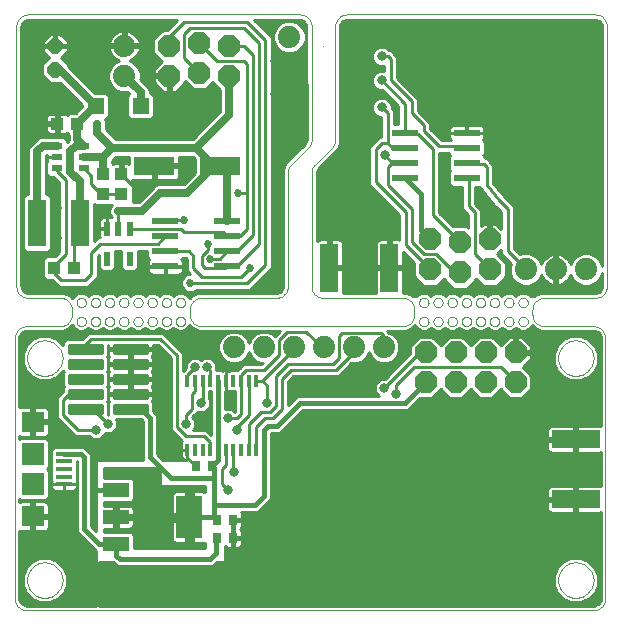
<source format=gtl>
G75*
%MOIN*%
%OFA0B0*%
%FSLAX24Y24*%
%IPPOS*%
%LPD*%
%AMOC8*
5,1,8,0,0,1.08239X$1,22.5*
%
%ADD10C,0.0000*%
%ADD11R,0.0870X0.0240*%
%ADD12R,0.0354X0.0236*%
%ADD13R,0.0217X0.0472*%
%ADD14R,0.0591X0.1575*%
%ADD15OC8,0.0740*%
%ADD16R,0.0433X0.0394*%
%ADD17OC8,0.0515*%
%ADD18C,0.0740*%
%ADD19R,0.0551X0.0551*%
%ADD20R,0.1378X0.0630*%
%ADD21R,0.0394X0.0433*%
%ADD22R,0.0600X0.1600*%
%ADD23R,0.0120X0.0390*%
%ADD24R,0.0551X0.0138*%
%ADD25R,0.0748X0.0709*%
%ADD26R,0.0748X0.0748*%
%ADD27R,0.0880X0.0480*%
%ADD28R,0.0866X0.1417*%
%ADD29R,0.1600X0.0600*%
%ADD30C,0.0104*%
%ADD31R,0.0295X0.0354*%
%ADD32C,0.0100*%
%ADD33C,0.0270*%
%ADD34C,0.0250*%
%ADD35C,0.0320*%
%ADD36C,0.0160*%
D10*
X003717Y001725D02*
X003717Y010398D01*
X003719Y010437D01*
X003725Y010475D01*
X003734Y010512D01*
X003747Y010549D01*
X003764Y010584D01*
X003783Y010617D01*
X003806Y010648D01*
X003832Y010677D01*
X003861Y010703D01*
X003892Y010726D01*
X003925Y010745D01*
X003960Y010762D01*
X003997Y010775D01*
X004034Y010784D01*
X004072Y010790D01*
X004111Y010792D01*
X005225Y010792D01*
X005225Y010791D02*
X005264Y010793D01*
X005302Y010799D01*
X005339Y010808D01*
X005376Y010821D01*
X005411Y010838D01*
X005444Y010857D01*
X005475Y010880D01*
X005504Y010906D01*
X005530Y010935D01*
X005553Y010966D01*
X005572Y010999D01*
X005589Y011034D01*
X005602Y011071D01*
X005611Y011108D01*
X005617Y011146D01*
X005619Y011185D01*
X005618Y011185D02*
X005618Y011264D01*
X005619Y011342D01*
X005776Y011579D02*
X005778Y011604D01*
X005784Y011628D01*
X005793Y011650D01*
X005806Y011671D01*
X005822Y011690D01*
X005841Y011706D01*
X005862Y011719D01*
X005884Y011728D01*
X005908Y011734D01*
X005933Y011736D01*
X005958Y011734D01*
X005982Y011728D01*
X006004Y011719D01*
X006025Y011706D01*
X006044Y011690D01*
X006060Y011671D01*
X006073Y011650D01*
X006082Y011628D01*
X006088Y011604D01*
X006090Y011579D01*
X006088Y011554D01*
X006082Y011530D01*
X006073Y011508D01*
X006060Y011487D01*
X006044Y011468D01*
X006025Y011452D01*
X006004Y011439D01*
X005982Y011430D01*
X005958Y011424D01*
X005933Y011422D01*
X005908Y011424D01*
X005884Y011430D01*
X005862Y011439D01*
X005841Y011452D01*
X005822Y011468D01*
X005806Y011487D01*
X005793Y011508D01*
X005784Y011530D01*
X005778Y011554D01*
X005776Y011579D01*
X005225Y011736D02*
X004161Y011736D01*
X004122Y011738D01*
X004084Y011744D01*
X004047Y011753D01*
X004010Y011766D01*
X003975Y011783D01*
X003942Y011802D01*
X003911Y011825D01*
X003882Y011851D01*
X003856Y011880D01*
X003833Y011911D01*
X003814Y011944D01*
X003797Y011979D01*
X003784Y012016D01*
X003775Y012053D01*
X003769Y012091D01*
X003767Y012130D01*
X003767Y020791D01*
X003769Y020830D01*
X003775Y020868D01*
X003784Y020905D01*
X003797Y020942D01*
X003814Y020977D01*
X003833Y021010D01*
X003856Y021041D01*
X003882Y021070D01*
X003911Y021096D01*
X003942Y021119D01*
X003975Y021138D01*
X004010Y021155D01*
X004047Y021168D01*
X004084Y021177D01*
X004122Y021183D01*
X004161Y021185D01*
X013216Y021185D01*
X013254Y021183D01*
X013293Y021177D01*
X013330Y021168D01*
X013366Y021155D01*
X013401Y021139D01*
X013435Y021119D01*
X013466Y021096D01*
X013494Y021070D01*
X013520Y021041D01*
X013543Y021010D01*
X013563Y020977D01*
X013580Y020942D01*
X013593Y020906D01*
X013602Y020869D01*
X013608Y020831D01*
X013610Y020792D01*
X013609Y020792D02*
X013611Y017017D01*
X013495Y016739D02*
X012939Y016183D01*
X012823Y015904D02*
X012823Y015004D01*
X012822Y012130D01*
X012822Y012129D02*
X012820Y012091D01*
X012814Y012053D01*
X012804Y012016D01*
X012791Y011979D01*
X012775Y011944D01*
X012755Y011911D01*
X012732Y011881D01*
X012706Y011852D01*
X012677Y011826D01*
X012647Y011803D01*
X012613Y011783D01*
X012579Y011767D01*
X012542Y011754D01*
X012505Y011744D01*
X012467Y011738D01*
X012428Y011736D01*
X009949Y011737D01*
X009910Y011735D01*
X009872Y011729D01*
X009835Y011720D01*
X009798Y011707D01*
X009763Y011690D01*
X009730Y011671D01*
X009699Y011648D01*
X009670Y011622D01*
X009644Y011593D01*
X009621Y011562D01*
X009602Y011529D01*
X009585Y011494D01*
X009572Y011457D01*
X009563Y011420D01*
X009557Y011382D01*
X009555Y011343D01*
X009555Y011225D01*
X009555Y011185D01*
X009084Y010949D02*
X009086Y010974D01*
X009092Y010998D01*
X009101Y011020D01*
X009114Y011041D01*
X009130Y011060D01*
X009149Y011076D01*
X009170Y011089D01*
X009192Y011098D01*
X009216Y011104D01*
X009241Y011106D01*
X009266Y011104D01*
X009290Y011098D01*
X009312Y011089D01*
X009333Y011076D01*
X009352Y011060D01*
X009368Y011041D01*
X009381Y011020D01*
X009390Y010998D01*
X009396Y010974D01*
X009398Y010949D01*
X009396Y010924D01*
X009390Y010900D01*
X009381Y010878D01*
X009368Y010857D01*
X009352Y010838D01*
X009333Y010822D01*
X009312Y010809D01*
X009290Y010800D01*
X009266Y010794D01*
X009241Y010792D01*
X009216Y010794D01*
X009192Y010800D01*
X009170Y010809D01*
X009149Y010822D01*
X009130Y010838D01*
X009114Y010857D01*
X009101Y010878D01*
X009092Y010900D01*
X009086Y010924D01*
X009084Y010949D01*
X008611Y010949D02*
X008613Y010974D01*
X008619Y010998D01*
X008628Y011020D01*
X008641Y011041D01*
X008657Y011060D01*
X008676Y011076D01*
X008697Y011089D01*
X008719Y011098D01*
X008743Y011104D01*
X008768Y011106D01*
X008793Y011104D01*
X008817Y011098D01*
X008839Y011089D01*
X008860Y011076D01*
X008879Y011060D01*
X008895Y011041D01*
X008908Y011020D01*
X008917Y010998D01*
X008923Y010974D01*
X008925Y010949D01*
X008923Y010924D01*
X008917Y010900D01*
X008908Y010878D01*
X008895Y010857D01*
X008879Y010838D01*
X008860Y010822D01*
X008839Y010809D01*
X008817Y010800D01*
X008793Y010794D01*
X008768Y010792D01*
X008743Y010794D01*
X008719Y010800D01*
X008697Y010809D01*
X008676Y010822D01*
X008657Y010838D01*
X008641Y010857D01*
X008628Y010878D01*
X008619Y010900D01*
X008613Y010924D01*
X008611Y010949D01*
X008139Y010949D02*
X008141Y010974D01*
X008147Y010998D01*
X008156Y011020D01*
X008169Y011041D01*
X008185Y011060D01*
X008204Y011076D01*
X008225Y011089D01*
X008247Y011098D01*
X008271Y011104D01*
X008296Y011106D01*
X008321Y011104D01*
X008345Y011098D01*
X008367Y011089D01*
X008388Y011076D01*
X008407Y011060D01*
X008423Y011041D01*
X008436Y011020D01*
X008445Y010998D01*
X008451Y010974D01*
X008453Y010949D01*
X008451Y010924D01*
X008445Y010900D01*
X008436Y010878D01*
X008423Y010857D01*
X008407Y010838D01*
X008388Y010822D01*
X008367Y010809D01*
X008345Y010800D01*
X008321Y010794D01*
X008296Y010792D01*
X008271Y010794D01*
X008247Y010800D01*
X008225Y010809D01*
X008204Y010822D01*
X008185Y010838D01*
X008169Y010857D01*
X008156Y010878D01*
X008147Y010900D01*
X008141Y010924D01*
X008139Y010949D01*
X007666Y010949D02*
X007668Y010974D01*
X007674Y010998D01*
X007683Y011020D01*
X007696Y011041D01*
X007712Y011060D01*
X007731Y011076D01*
X007752Y011089D01*
X007774Y011098D01*
X007798Y011104D01*
X007823Y011106D01*
X007848Y011104D01*
X007872Y011098D01*
X007894Y011089D01*
X007915Y011076D01*
X007934Y011060D01*
X007950Y011041D01*
X007963Y011020D01*
X007972Y010998D01*
X007978Y010974D01*
X007980Y010949D01*
X007978Y010924D01*
X007972Y010900D01*
X007963Y010878D01*
X007950Y010857D01*
X007934Y010838D01*
X007915Y010822D01*
X007894Y010809D01*
X007872Y010800D01*
X007848Y010794D01*
X007823Y010792D01*
X007798Y010794D01*
X007774Y010800D01*
X007752Y010809D01*
X007731Y010822D01*
X007712Y010838D01*
X007696Y010857D01*
X007683Y010878D01*
X007674Y010900D01*
X007668Y010924D01*
X007666Y010949D01*
X007194Y010949D02*
X007196Y010974D01*
X007202Y010998D01*
X007211Y011020D01*
X007224Y011041D01*
X007240Y011060D01*
X007259Y011076D01*
X007280Y011089D01*
X007302Y011098D01*
X007326Y011104D01*
X007351Y011106D01*
X007376Y011104D01*
X007400Y011098D01*
X007422Y011089D01*
X007443Y011076D01*
X007462Y011060D01*
X007478Y011041D01*
X007491Y011020D01*
X007500Y010998D01*
X007506Y010974D01*
X007508Y010949D01*
X007506Y010924D01*
X007500Y010900D01*
X007491Y010878D01*
X007478Y010857D01*
X007462Y010838D01*
X007443Y010822D01*
X007422Y010809D01*
X007400Y010800D01*
X007376Y010794D01*
X007351Y010792D01*
X007326Y010794D01*
X007302Y010800D01*
X007280Y010809D01*
X007259Y010822D01*
X007240Y010838D01*
X007224Y010857D01*
X007211Y010878D01*
X007202Y010900D01*
X007196Y010924D01*
X007194Y010949D01*
X006721Y010949D02*
X006723Y010974D01*
X006729Y010998D01*
X006738Y011020D01*
X006751Y011041D01*
X006767Y011060D01*
X006786Y011076D01*
X006807Y011089D01*
X006829Y011098D01*
X006853Y011104D01*
X006878Y011106D01*
X006903Y011104D01*
X006927Y011098D01*
X006949Y011089D01*
X006970Y011076D01*
X006989Y011060D01*
X007005Y011041D01*
X007018Y011020D01*
X007027Y010998D01*
X007033Y010974D01*
X007035Y010949D01*
X007033Y010924D01*
X007027Y010900D01*
X007018Y010878D01*
X007005Y010857D01*
X006989Y010838D01*
X006970Y010822D01*
X006949Y010809D01*
X006927Y010800D01*
X006903Y010794D01*
X006878Y010792D01*
X006853Y010794D01*
X006829Y010800D01*
X006807Y010809D01*
X006786Y010822D01*
X006767Y010838D01*
X006751Y010857D01*
X006738Y010878D01*
X006729Y010900D01*
X006723Y010924D01*
X006721Y010949D01*
X006249Y010949D02*
X006251Y010974D01*
X006257Y010998D01*
X006266Y011020D01*
X006279Y011041D01*
X006295Y011060D01*
X006314Y011076D01*
X006335Y011089D01*
X006357Y011098D01*
X006381Y011104D01*
X006406Y011106D01*
X006431Y011104D01*
X006455Y011098D01*
X006477Y011089D01*
X006498Y011076D01*
X006517Y011060D01*
X006533Y011041D01*
X006546Y011020D01*
X006555Y010998D01*
X006561Y010974D01*
X006563Y010949D01*
X006561Y010924D01*
X006555Y010900D01*
X006546Y010878D01*
X006533Y010857D01*
X006517Y010838D01*
X006498Y010822D01*
X006477Y010809D01*
X006455Y010800D01*
X006431Y010794D01*
X006406Y010792D01*
X006381Y010794D01*
X006357Y010800D01*
X006335Y010809D01*
X006314Y010822D01*
X006295Y010838D01*
X006279Y010857D01*
X006266Y010878D01*
X006257Y010900D01*
X006251Y010924D01*
X006249Y010949D01*
X005776Y010949D02*
X005778Y010974D01*
X005784Y010998D01*
X005793Y011020D01*
X005806Y011041D01*
X005822Y011060D01*
X005841Y011076D01*
X005862Y011089D01*
X005884Y011098D01*
X005908Y011104D01*
X005933Y011106D01*
X005958Y011104D01*
X005982Y011098D01*
X006004Y011089D01*
X006025Y011076D01*
X006044Y011060D01*
X006060Y011041D01*
X006073Y011020D01*
X006082Y010998D01*
X006088Y010974D01*
X006090Y010949D01*
X006088Y010924D01*
X006082Y010900D01*
X006073Y010878D01*
X006060Y010857D01*
X006044Y010838D01*
X006025Y010822D01*
X006004Y010809D01*
X005982Y010800D01*
X005958Y010794D01*
X005933Y010792D01*
X005908Y010794D01*
X005884Y010800D01*
X005862Y010809D01*
X005841Y010822D01*
X005822Y010838D01*
X005806Y010857D01*
X005793Y010878D01*
X005784Y010900D01*
X005778Y010924D01*
X005776Y010949D01*
X005619Y011343D02*
X005617Y011381D01*
X005611Y011420D01*
X005602Y011457D01*
X005589Y011494D01*
X005573Y011529D01*
X005553Y011562D01*
X005530Y011593D01*
X005504Y011622D01*
X005475Y011648D01*
X005444Y011671D01*
X005411Y011690D01*
X005376Y011707D01*
X005339Y011720D01*
X005302Y011729D01*
X005264Y011735D01*
X005225Y011737D01*
X006249Y011579D02*
X006251Y011604D01*
X006257Y011628D01*
X006266Y011650D01*
X006279Y011671D01*
X006295Y011690D01*
X006314Y011706D01*
X006335Y011719D01*
X006357Y011728D01*
X006381Y011734D01*
X006406Y011736D01*
X006431Y011734D01*
X006455Y011728D01*
X006477Y011719D01*
X006498Y011706D01*
X006517Y011690D01*
X006533Y011671D01*
X006546Y011650D01*
X006555Y011628D01*
X006561Y011604D01*
X006563Y011579D01*
X006561Y011554D01*
X006555Y011530D01*
X006546Y011508D01*
X006533Y011487D01*
X006517Y011468D01*
X006498Y011452D01*
X006477Y011439D01*
X006455Y011430D01*
X006431Y011424D01*
X006406Y011422D01*
X006381Y011424D01*
X006357Y011430D01*
X006335Y011439D01*
X006314Y011452D01*
X006295Y011468D01*
X006279Y011487D01*
X006266Y011508D01*
X006257Y011530D01*
X006251Y011554D01*
X006249Y011579D01*
X006721Y011579D02*
X006723Y011604D01*
X006729Y011628D01*
X006738Y011650D01*
X006751Y011671D01*
X006767Y011690D01*
X006786Y011706D01*
X006807Y011719D01*
X006829Y011728D01*
X006853Y011734D01*
X006878Y011736D01*
X006903Y011734D01*
X006927Y011728D01*
X006949Y011719D01*
X006970Y011706D01*
X006989Y011690D01*
X007005Y011671D01*
X007018Y011650D01*
X007027Y011628D01*
X007033Y011604D01*
X007035Y011579D01*
X007033Y011554D01*
X007027Y011530D01*
X007018Y011508D01*
X007005Y011487D01*
X006989Y011468D01*
X006970Y011452D01*
X006949Y011439D01*
X006927Y011430D01*
X006903Y011424D01*
X006878Y011422D01*
X006853Y011424D01*
X006829Y011430D01*
X006807Y011439D01*
X006786Y011452D01*
X006767Y011468D01*
X006751Y011487D01*
X006738Y011508D01*
X006729Y011530D01*
X006723Y011554D01*
X006721Y011579D01*
X007194Y011579D02*
X007196Y011604D01*
X007202Y011628D01*
X007211Y011650D01*
X007224Y011671D01*
X007240Y011690D01*
X007259Y011706D01*
X007280Y011719D01*
X007302Y011728D01*
X007326Y011734D01*
X007351Y011736D01*
X007376Y011734D01*
X007400Y011728D01*
X007422Y011719D01*
X007443Y011706D01*
X007462Y011690D01*
X007478Y011671D01*
X007491Y011650D01*
X007500Y011628D01*
X007506Y011604D01*
X007508Y011579D01*
X007506Y011554D01*
X007500Y011530D01*
X007491Y011508D01*
X007478Y011487D01*
X007462Y011468D01*
X007443Y011452D01*
X007422Y011439D01*
X007400Y011430D01*
X007376Y011424D01*
X007351Y011422D01*
X007326Y011424D01*
X007302Y011430D01*
X007280Y011439D01*
X007259Y011452D01*
X007240Y011468D01*
X007224Y011487D01*
X007211Y011508D01*
X007202Y011530D01*
X007196Y011554D01*
X007194Y011579D01*
X007666Y011579D02*
X007668Y011604D01*
X007674Y011628D01*
X007683Y011650D01*
X007696Y011671D01*
X007712Y011690D01*
X007731Y011706D01*
X007752Y011719D01*
X007774Y011728D01*
X007798Y011734D01*
X007823Y011736D01*
X007848Y011734D01*
X007872Y011728D01*
X007894Y011719D01*
X007915Y011706D01*
X007934Y011690D01*
X007950Y011671D01*
X007963Y011650D01*
X007972Y011628D01*
X007978Y011604D01*
X007980Y011579D01*
X007978Y011554D01*
X007972Y011530D01*
X007963Y011508D01*
X007950Y011487D01*
X007934Y011468D01*
X007915Y011452D01*
X007894Y011439D01*
X007872Y011430D01*
X007848Y011424D01*
X007823Y011422D01*
X007798Y011424D01*
X007774Y011430D01*
X007752Y011439D01*
X007731Y011452D01*
X007712Y011468D01*
X007696Y011487D01*
X007683Y011508D01*
X007674Y011530D01*
X007668Y011554D01*
X007666Y011579D01*
X008139Y011579D02*
X008141Y011604D01*
X008147Y011628D01*
X008156Y011650D01*
X008169Y011671D01*
X008185Y011690D01*
X008204Y011706D01*
X008225Y011719D01*
X008247Y011728D01*
X008271Y011734D01*
X008296Y011736D01*
X008321Y011734D01*
X008345Y011728D01*
X008367Y011719D01*
X008388Y011706D01*
X008407Y011690D01*
X008423Y011671D01*
X008436Y011650D01*
X008445Y011628D01*
X008451Y011604D01*
X008453Y011579D01*
X008451Y011554D01*
X008445Y011530D01*
X008436Y011508D01*
X008423Y011487D01*
X008407Y011468D01*
X008388Y011452D01*
X008367Y011439D01*
X008345Y011430D01*
X008321Y011424D01*
X008296Y011422D01*
X008271Y011424D01*
X008247Y011430D01*
X008225Y011439D01*
X008204Y011452D01*
X008185Y011468D01*
X008169Y011487D01*
X008156Y011508D01*
X008147Y011530D01*
X008141Y011554D01*
X008139Y011579D01*
X008611Y011579D02*
X008613Y011604D01*
X008619Y011628D01*
X008628Y011650D01*
X008641Y011671D01*
X008657Y011690D01*
X008676Y011706D01*
X008697Y011719D01*
X008719Y011728D01*
X008743Y011734D01*
X008768Y011736D01*
X008793Y011734D01*
X008817Y011728D01*
X008839Y011719D01*
X008860Y011706D01*
X008879Y011690D01*
X008895Y011671D01*
X008908Y011650D01*
X008917Y011628D01*
X008923Y011604D01*
X008925Y011579D01*
X008923Y011554D01*
X008917Y011530D01*
X008908Y011508D01*
X008895Y011487D01*
X008879Y011468D01*
X008860Y011452D01*
X008839Y011439D01*
X008817Y011430D01*
X008793Y011424D01*
X008768Y011422D01*
X008743Y011424D01*
X008719Y011430D01*
X008697Y011439D01*
X008676Y011452D01*
X008657Y011468D01*
X008641Y011487D01*
X008628Y011508D01*
X008619Y011530D01*
X008613Y011554D01*
X008611Y011579D01*
X009084Y011579D02*
X009086Y011604D01*
X009092Y011628D01*
X009101Y011650D01*
X009114Y011671D01*
X009130Y011690D01*
X009149Y011706D01*
X009170Y011719D01*
X009192Y011728D01*
X009216Y011734D01*
X009241Y011736D01*
X009266Y011734D01*
X009290Y011728D01*
X009312Y011719D01*
X009333Y011706D01*
X009352Y011690D01*
X009368Y011671D01*
X009381Y011650D01*
X009390Y011628D01*
X009396Y011604D01*
X009398Y011579D01*
X009396Y011554D01*
X009390Y011530D01*
X009381Y011508D01*
X009368Y011487D01*
X009352Y011468D01*
X009333Y011452D01*
X009312Y011439D01*
X009290Y011430D01*
X009266Y011424D01*
X009241Y011422D01*
X009216Y011424D01*
X009192Y011430D01*
X009170Y011439D01*
X009149Y011452D01*
X009130Y011468D01*
X009114Y011487D01*
X009101Y011508D01*
X009092Y011530D01*
X009086Y011554D01*
X009084Y011579D01*
X009555Y011185D02*
X009557Y011146D01*
X009563Y011108D01*
X009572Y011071D01*
X009585Y011034D01*
X009602Y010999D01*
X009621Y010966D01*
X009644Y010935D01*
X009670Y010906D01*
X009699Y010880D01*
X009730Y010857D01*
X009763Y010838D01*
X009798Y010821D01*
X009835Y010808D01*
X009872Y010799D01*
X009910Y010793D01*
X009949Y010791D01*
X009949Y010792D02*
X016642Y010792D01*
X016642Y010791D02*
X016681Y010793D01*
X016719Y010799D01*
X016756Y010808D01*
X016793Y010821D01*
X016828Y010838D01*
X016861Y010857D01*
X016892Y010880D01*
X016921Y010906D01*
X016947Y010935D01*
X016970Y010966D01*
X016989Y010999D01*
X017006Y011034D01*
X017019Y011071D01*
X017028Y011108D01*
X017034Y011146D01*
X017036Y011185D01*
X017036Y011225D01*
X017036Y011304D01*
X017036Y011343D01*
X017034Y011382D01*
X017028Y011420D01*
X017019Y011457D01*
X017006Y011494D01*
X016989Y011529D01*
X016970Y011562D01*
X016947Y011593D01*
X016921Y011622D01*
X016892Y011648D01*
X016861Y011671D01*
X016828Y011690D01*
X016793Y011707D01*
X016756Y011720D01*
X016719Y011729D01*
X016681Y011735D01*
X016642Y011737D01*
X014004Y011737D01*
X014004Y011736D02*
X013965Y011738D01*
X013927Y011744D01*
X013890Y011753D01*
X013853Y011766D01*
X013818Y011783D01*
X013785Y011802D01*
X013754Y011825D01*
X013725Y011851D01*
X013699Y011880D01*
X013676Y011911D01*
X013657Y011944D01*
X013640Y011979D01*
X013627Y012016D01*
X013618Y012053D01*
X013612Y012091D01*
X013610Y012130D01*
X013611Y012130D02*
X013611Y015904D01*
X013610Y015904D02*
X013612Y015943D01*
X013618Y015981D01*
X013627Y016018D01*
X013640Y016055D01*
X013657Y016090D01*
X013676Y016123D01*
X013699Y016154D01*
X013725Y016183D01*
X013726Y016183D02*
X014283Y016739D01*
X014398Y017018D02*
X014398Y020792D01*
X014400Y020831D01*
X014406Y020869D01*
X014415Y020906D01*
X014428Y020943D01*
X014445Y020978D01*
X014464Y021011D01*
X014487Y021042D01*
X014513Y021071D01*
X014542Y021097D01*
X014573Y021120D01*
X014606Y021139D01*
X014641Y021156D01*
X014678Y021169D01*
X014715Y021178D01*
X014753Y021184D01*
X014792Y021186D01*
X014792Y021185D02*
X023059Y021185D01*
X023059Y021186D02*
X023098Y021184D01*
X023136Y021178D01*
X023173Y021169D01*
X023210Y021156D01*
X023245Y021139D01*
X023278Y021120D01*
X023309Y021097D01*
X023338Y021071D01*
X023364Y021042D01*
X023387Y021011D01*
X023406Y020978D01*
X023423Y020943D01*
X023436Y020906D01*
X023445Y020869D01*
X023451Y020831D01*
X023453Y020792D01*
X023453Y012130D01*
X023451Y012091D01*
X023445Y012053D01*
X023436Y012016D01*
X023423Y011979D01*
X023406Y011944D01*
X023387Y011911D01*
X023364Y011880D01*
X023338Y011851D01*
X023309Y011825D01*
X023278Y011802D01*
X023245Y011783D01*
X023210Y011766D01*
X023173Y011753D01*
X023136Y011744D01*
X023098Y011738D01*
X023059Y011736D01*
X023059Y011737D02*
X021367Y011737D01*
X021328Y011735D01*
X021290Y011729D01*
X021253Y011720D01*
X021216Y011707D01*
X021181Y011690D01*
X021148Y011671D01*
X021117Y011648D01*
X021088Y011622D01*
X021062Y011593D01*
X021039Y011562D01*
X021020Y011529D01*
X021003Y011494D01*
X020990Y011457D01*
X020981Y011420D01*
X020975Y011382D01*
X020973Y011343D01*
X020973Y011304D01*
X020973Y011185D01*
X020501Y010949D02*
X020503Y010974D01*
X020509Y010998D01*
X020518Y011020D01*
X020531Y011041D01*
X020547Y011060D01*
X020566Y011076D01*
X020587Y011089D01*
X020609Y011098D01*
X020633Y011104D01*
X020658Y011106D01*
X020683Y011104D01*
X020707Y011098D01*
X020729Y011089D01*
X020750Y011076D01*
X020769Y011060D01*
X020785Y011041D01*
X020798Y011020D01*
X020807Y010998D01*
X020813Y010974D01*
X020815Y010949D01*
X020813Y010924D01*
X020807Y010900D01*
X020798Y010878D01*
X020785Y010857D01*
X020769Y010838D01*
X020750Y010822D01*
X020729Y010809D01*
X020707Y010800D01*
X020683Y010794D01*
X020658Y010792D01*
X020633Y010794D01*
X020609Y010800D01*
X020587Y010809D01*
X020566Y010822D01*
X020547Y010838D01*
X020531Y010857D01*
X020518Y010878D01*
X020509Y010900D01*
X020503Y010924D01*
X020501Y010949D01*
X020028Y010949D02*
X020030Y010974D01*
X020036Y010998D01*
X020045Y011020D01*
X020058Y011041D01*
X020074Y011060D01*
X020093Y011076D01*
X020114Y011089D01*
X020136Y011098D01*
X020160Y011104D01*
X020185Y011106D01*
X020210Y011104D01*
X020234Y011098D01*
X020256Y011089D01*
X020277Y011076D01*
X020296Y011060D01*
X020312Y011041D01*
X020325Y011020D01*
X020334Y010998D01*
X020340Y010974D01*
X020342Y010949D01*
X020340Y010924D01*
X020334Y010900D01*
X020325Y010878D01*
X020312Y010857D01*
X020296Y010838D01*
X020277Y010822D01*
X020256Y010809D01*
X020234Y010800D01*
X020210Y010794D01*
X020185Y010792D01*
X020160Y010794D01*
X020136Y010800D01*
X020114Y010809D01*
X020093Y010822D01*
X020074Y010838D01*
X020058Y010857D01*
X020045Y010878D01*
X020036Y010900D01*
X020030Y010924D01*
X020028Y010949D01*
X019556Y010949D02*
X019558Y010974D01*
X019564Y010998D01*
X019573Y011020D01*
X019586Y011041D01*
X019602Y011060D01*
X019621Y011076D01*
X019642Y011089D01*
X019664Y011098D01*
X019688Y011104D01*
X019713Y011106D01*
X019738Y011104D01*
X019762Y011098D01*
X019784Y011089D01*
X019805Y011076D01*
X019824Y011060D01*
X019840Y011041D01*
X019853Y011020D01*
X019862Y010998D01*
X019868Y010974D01*
X019870Y010949D01*
X019868Y010924D01*
X019862Y010900D01*
X019853Y010878D01*
X019840Y010857D01*
X019824Y010838D01*
X019805Y010822D01*
X019784Y010809D01*
X019762Y010800D01*
X019738Y010794D01*
X019713Y010792D01*
X019688Y010794D01*
X019664Y010800D01*
X019642Y010809D01*
X019621Y010822D01*
X019602Y010838D01*
X019586Y010857D01*
X019573Y010878D01*
X019564Y010900D01*
X019558Y010924D01*
X019556Y010949D01*
X019084Y010949D02*
X019086Y010974D01*
X019092Y010998D01*
X019101Y011020D01*
X019114Y011041D01*
X019130Y011060D01*
X019149Y011076D01*
X019170Y011089D01*
X019192Y011098D01*
X019216Y011104D01*
X019241Y011106D01*
X019266Y011104D01*
X019290Y011098D01*
X019312Y011089D01*
X019333Y011076D01*
X019352Y011060D01*
X019368Y011041D01*
X019381Y011020D01*
X019390Y010998D01*
X019396Y010974D01*
X019398Y010949D01*
X019396Y010924D01*
X019390Y010900D01*
X019381Y010878D01*
X019368Y010857D01*
X019352Y010838D01*
X019333Y010822D01*
X019312Y010809D01*
X019290Y010800D01*
X019266Y010794D01*
X019241Y010792D01*
X019216Y010794D01*
X019192Y010800D01*
X019170Y010809D01*
X019149Y010822D01*
X019130Y010838D01*
X019114Y010857D01*
X019101Y010878D01*
X019092Y010900D01*
X019086Y010924D01*
X019084Y010949D01*
X018611Y010949D02*
X018613Y010974D01*
X018619Y010998D01*
X018628Y011020D01*
X018641Y011041D01*
X018657Y011060D01*
X018676Y011076D01*
X018697Y011089D01*
X018719Y011098D01*
X018743Y011104D01*
X018768Y011106D01*
X018793Y011104D01*
X018817Y011098D01*
X018839Y011089D01*
X018860Y011076D01*
X018879Y011060D01*
X018895Y011041D01*
X018908Y011020D01*
X018917Y010998D01*
X018923Y010974D01*
X018925Y010949D01*
X018923Y010924D01*
X018917Y010900D01*
X018908Y010878D01*
X018895Y010857D01*
X018879Y010838D01*
X018860Y010822D01*
X018839Y010809D01*
X018817Y010800D01*
X018793Y010794D01*
X018768Y010792D01*
X018743Y010794D01*
X018719Y010800D01*
X018697Y010809D01*
X018676Y010822D01*
X018657Y010838D01*
X018641Y010857D01*
X018628Y010878D01*
X018619Y010900D01*
X018613Y010924D01*
X018611Y010949D01*
X018139Y010949D02*
X018141Y010974D01*
X018147Y010998D01*
X018156Y011020D01*
X018169Y011041D01*
X018185Y011060D01*
X018204Y011076D01*
X018225Y011089D01*
X018247Y011098D01*
X018271Y011104D01*
X018296Y011106D01*
X018321Y011104D01*
X018345Y011098D01*
X018367Y011089D01*
X018388Y011076D01*
X018407Y011060D01*
X018423Y011041D01*
X018436Y011020D01*
X018445Y010998D01*
X018451Y010974D01*
X018453Y010949D01*
X018451Y010924D01*
X018445Y010900D01*
X018436Y010878D01*
X018423Y010857D01*
X018407Y010838D01*
X018388Y010822D01*
X018367Y010809D01*
X018345Y010800D01*
X018321Y010794D01*
X018296Y010792D01*
X018271Y010794D01*
X018247Y010800D01*
X018225Y010809D01*
X018204Y010822D01*
X018185Y010838D01*
X018169Y010857D01*
X018156Y010878D01*
X018147Y010900D01*
X018141Y010924D01*
X018139Y010949D01*
X017666Y010949D02*
X017668Y010974D01*
X017674Y010998D01*
X017683Y011020D01*
X017696Y011041D01*
X017712Y011060D01*
X017731Y011076D01*
X017752Y011089D01*
X017774Y011098D01*
X017798Y011104D01*
X017823Y011106D01*
X017848Y011104D01*
X017872Y011098D01*
X017894Y011089D01*
X017915Y011076D01*
X017934Y011060D01*
X017950Y011041D01*
X017963Y011020D01*
X017972Y010998D01*
X017978Y010974D01*
X017980Y010949D01*
X017978Y010924D01*
X017972Y010900D01*
X017963Y010878D01*
X017950Y010857D01*
X017934Y010838D01*
X017915Y010822D01*
X017894Y010809D01*
X017872Y010800D01*
X017848Y010794D01*
X017823Y010792D01*
X017798Y010794D01*
X017774Y010800D01*
X017752Y010809D01*
X017731Y010822D01*
X017712Y010838D01*
X017696Y010857D01*
X017683Y010878D01*
X017674Y010900D01*
X017668Y010924D01*
X017666Y010949D01*
X017194Y010949D02*
X017196Y010974D01*
X017202Y010998D01*
X017211Y011020D01*
X017224Y011041D01*
X017240Y011060D01*
X017259Y011076D01*
X017280Y011089D01*
X017302Y011098D01*
X017326Y011104D01*
X017351Y011106D01*
X017376Y011104D01*
X017400Y011098D01*
X017422Y011089D01*
X017443Y011076D01*
X017462Y011060D01*
X017478Y011041D01*
X017491Y011020D01*
X017500Y010998D01*
X017506Y010974D01*
X017508Y010949D01*
X017506Y010924D01*
X017500Y010900D01*
X017491Y010878D01*
X017478Y010857D01*
X017462Y010838D01*
X017443Y010822D01*
X017422Y010809D01*
X017400Y010800D01*
X017376Y010794D01*
X017351Y010792D01*
X017326Y010794D01*
X017302Y010800D01*
X017280Y010809D01*
X017259Y010822D01*
X017240Y010838D01*
X017224Y010857D01*
X017211Y010878D01*
X017202Y010900D01*
X017196Y010924D01*
X017194Y010949D01*
X017194Y011579D02*
X017196Y011604D01*
X017202Y011628D01*
X017211Y011650D01*
X017224Y011671D01*
X017240Y011690D01*
X017259Y011706D01*
X017280Y011719D01*
X017302Y011728D01*
X017326Y011734D01*
X017351Y011736D01*
X017376Y011734D01*
X017400Y011728D01*
X017422Y011719D01*
X017443Y011706D01*
X017462Y011690D01*
X017478Y011671D01*
X017491Y011650D01*
X017500Y011628D01*
X017506Y011604D01*
X017508Y011579D01*
X017506Y011554D01*
X017500Y011530D01*
X017491Y011508D01*
X017478Y011487D01*
X017462Y011468D01*
X017443Y011452D01*
X017422Y011439D01*
X017400Y011430D01*
X017376Y011424D01*
X017351Y011422D01*
X017326Y011424D01*
X017302Y011430D01*
X017280Y011439D01*
X017259Y011452D01*
X017240Y011468D01*
X017224Y011487D01*
X017211Y011508D01*
X017202Y011530D01*
X017196Y011554D01*
X017194Y011579D01*
X017666Y011579D02*
X017668Y011604D01*
X017674Y011628D01*
X017683Y011650D01*
X017696Y011671D01*
X017712Y011690D01*
X017731Y011706D01*
X017752Y011719D01*
X017774Y011728D01*
X017798Y011734D01*
X017823Y011736D01*
X017848Y011734D01*
X017872Y011728D01*
X017894Y011719D01*
X017915Y011706D01*
X017934Y011690D01*
X017950Y011671D01*
X017963Y011650D01*
X017972Y011628D01*
X017978Y011604D01*
X017980Y011579D01*
X017978Y011554D01*
X017972Y011530D01*
X017963Y011508D01*
X017950Y011487D01*
X017934Y011468D01*
X017915Y011452D01*
X017894Y011439D01*
X017872Y011430D01*
X017848Y011424D01*
X017823Y011422D01*
X017798Y011424D01*
X017774Y011430D01*
X017752Y011439D01*
X017731Y011452D01*
X017712Y011468D01*
X017696Y011487D01*
X017683Y011508D01*
X017674Y011530D01*
X017668Y011554D01*
X017666Y011579D01*
X018139Y011579D02*
X018141Y011604D01*
X018147Y011628D01*
X018156Y011650D01*
X018169Y011671D01*
X018185Y011690D01*
X018204Y011706D01*
X018225Y011719D01*
X018247Y011728D01*
X018271Y011734D01*
X018296Y011736D01*
X018321Y011734D01*
X018345Y011728D01*
X018367Y011719D01*
X018388Y011706D01*
X018407Y011690D01*
X018423Y011671D01*
X018436Y011650D01*
X018445Y011628D01*
X018451Y011604D01*
X018453Y011579D01*
X018451Y011554D01*
X018445Y011530D01*
X018436Y011508D01*
X018423Y011487D01*
X018407Y011468D01*
X018388Y011452D01*
X018367Y011439D01*
X018345Y011430D01*
X018321Y011424D01*
X018296Y011422D01*
X018271Y011424D01*
X018247Y011430D01*
X018225Y011439D01*
X018204Y011452D01*
X018185Y011468D01*
X018169Y011487D01*
X018156Y011508D01*
X018147Y011530D01*
X018141Y011554D01*
X018139Y011579D01*
X018611Y011579D02*
X018613Y011604D01*
X018619Y011628D01*
X018628Y011650D01*
X018641Y011671D01*
X018657Y011690D01*
X018676Y011706D01*
X018697Y011719D01*
X018719Y011728D01*
X018743Y011734D01*
X018768Y011736D01*
X018793Y011734D01*
X018817Y011728D01*
X018839Y011719D01*
X018860Y011706D01*
X018879Y011690D01*
X018895Y011671D01*
X018908Y011650D01*
X018917Y011628D01*
X018923Y011604D01*
X018925Y011579D01*
X018923Y011554D01*
X018917Y011530D01*
X018908Y011508D01*
X018895Y011487D01*
X018879Y011468D01*
X018860Y011452D01*
X018839Y011439D01*
X018817Y011430D01*
X018793Y011424D01*
X018768Y011422D01*
X018743Y011424D01*
X018719Y011430D01*
X018697Y011439D01*
X018676Y011452D01*
X018657Y011468D01*
X018641Y011487D01*
X018628Y011508D01*
X018619Y011530D01*
X018613Y011554D01*
X018611Y011579D01*
X019084Y011579D02*
X019086Y011604D01*
X019092Y011628D01*
X019101Y011650D01*
X019114Y011671D01*
X019130Y011690D01*
X019149Y011706D01*
X019170Y011719D01*
X019192Y011728D01*
X019216Y011734D01*
X019241Y011736D01*
X019266Y011734D01*
X019290Y011728D01*
X019312Y011719D01*
X019333Y011706D01*
X019352Y011690D01*
X019368Y011671D01*
X019381Y011650D01*
X019390Y011628D01*
X019396Y011604D01*
X019398Y011579D01*
X019396Y011554D01*
X019390Y011530D01*
X019381Y011508D01*
X019368Y011487D01*
X019352Y011468D01*
X019333Y011452D01*
X019312Y011439D01*
X019290Y011430D01*
X019266Y011424D01*
X019241Y011422D01*
X019216Y011424D01*
X019192Y011430D01*
X019170Y011439D01*
X019149Y011452D01*
X019130Y011468D01*
X019114Y011487D01*
X019101Y011508D01*
X019092Y011530D01*
X019086Y011554D01*
X019084Y011579D01*
X019556Y011579D02*
X019558Y011604D01*
X019564Y011628D01*
X019573Y011650D01*
X019586Y011671D01*
X019602Y011690D01*
X019621Y011706D01*
X019642Y011719D01*
X019664Y011728D01*
X019688Y011734D01*
X019713Y011736D01*
X019738Y011734D01*
X019762Y011728D01*
X019784Y011719D01*
X019805Y011706D01*
X019824Y011690D01*
X019840Y011671D01*
X019853Y011650D01*
X019862Y011628D01*
X019868Y011604D01*
X019870Y011579D01*
X019868Y011554D01*
X019862Y011530D01*
X019853Y011508D01*
X019840Y011487D01*
X019824Y011468D01*
X019805Y011452D01*
X019784Y011439D01*
X019762Y011430D01*
X019738Y011424D01*
X019713Y011422D01*
X019688Y011424D01*
X019664Y011430D01*
X019642Y011439D01*
X019621Y011452D01*
X019602Y011468D01*
X019586Y011487D01*
X019573Y011508D01*
X019564Y011530D01*
X019558Y011554D01*
X019556Y011579D01*
X020028Y011579D02*
X020030Y011604D01*
X020036Y011628D01*
X020045Y011650D01*
X020058Y011671D01*
X020074Y011690D01*
X020093Y011706D01*
X020114Y011719D01*
X020136Y011728D01*
X020160Y011734D01*
X020185Y011736D01*
X020210Y011734D01*
X020234Y011728D01*
X020256Y011719D01*
X020277Y011706D01*
X020296Y011690D01*
X020312Y011671D01*
X020325Y011650D01*
X020334Y011628D01*
X020340Y011604D01*
X020342Y011579D01*
X020340Y011554D01*
X020334Y011530D01*
X020325Y011508D01*
X020312Y011487D01*
X020296Y011468D01*
X020277Y011452D01*
X020256Y011439D01*
X020234Y011430D01*
X020210Y011424D01*
X020185Y011422D01*
X020160Y011424D01*
X020136Y011430D01*
X020114Y011439D01*
X020093Y011452D01*
X020074Y011468D01*
X020058Y011487D01*
X020045Y011508D01*
X020036Y011530D01*
X020030Y011554D01*
X020028Y011579D01*
X020501Y011579D02*
X020503Y011604D01*
X020509Y011628D01*
X020518Y011650D01*
X020531Y011671D01*
X020547Y011690D01*
X020566Y011706D01*
X020587Y011719D01*
X020609Y011728D01*
X020633Y011734D01*
X020658Y011736D01*
X020683Y011734D01*
X020707Y011728D01*
X020729Y011719D01*
X020750Y011706D01*
X020769Y011690D01*
X020785Y011671D01*
X020798Y011650D01*
X020807Y011628D01*
X020813Y011604D01*
X020815Y011579D01*
X020813Y011554D01*
X020807Y011530D01*
X020798Y011508D01*
X020785Y011487D01*
X020769Y011468D01*
X020750Y011452D01*
X020729Y011439D01*
X020707Y011430D01*
X020683Y011424D01*
X020658Y011422D01*
X020633Y011424D01*
X020609Y011430D01*
X020587Y011439D01*
X020566Y011452D01*
X020547Y011468D01*
X020531Y011487D01*
X020518Y011508D01*
X020509Y011530D01*
X020503Y011554D01*
X020501Y011579D01*
X020973Y011185D02*
X020975Y011146D01*
X020981Y011108D01*
X020990Y011071D01*
X021003Y011034D01*
X021020Y010999D01*
X021039Y010966D01*
X021062Y010935D01*
X021088Y010906D01*
X021117Y010880D01*
X021148Y010857D01*
X021181Y010838D01*
X021216Y010821D01*
X021253Y010808D01*
X021290Y010799D01*
X021328Y010793D01*
X021367Y010791D01*
X021367Y010792D02*
X023008Y010792D01*
X023047Y010790D01*
X023085Y010784D01*
X023122Y010775D01*
X023159Y010762D01*
X023194Y010745D01*
X023227Y010726D01*
X023258Y010703D01*
X023287Y010677D01*
X023313Y010648D01*
X023336Y010617D01*
X023355Y010584D01*
X023372Y010549D01*
X023385Y010512D01*
X023394Y010475D01*
X023400Y010437D01*
X023402Y010398D01*
X023402Y001725D01*
X023400Y001686D01*
X023394Y001648D01*
X023385Y001611D01*
X023372Y001574D01*
X023355Y001539D01*
X023336Y001506D01*
X023313Y001475D01*
X023287Y001446D01*
X023258Y001420D01*
X023227Y001397D01*
X023194Y001378D01*
X023159Y001361D01*
X023122Y001348D01*
X023085Y001339D01*
X023047Y001333D01*
X023008Y001331D01*
X004111Y001331D01*
X004072Y001333D01*
X004034Y001339D01*
X003997Y001348D01*
X003960Y001361D01*
X003925Y001378D01*
X003892Y001397D01*
X003861Y001420D01*
X003832Y001446D01*
X003806Y001475D01*
X003783Y001506D01*
X003764Y001539D01*
X003747Y001574D01*
X003734Y001611D01*
X003725Y001648D01*
X003719Y001686D01*
X003717Y001725D01*
X004126Y002331D02*
X004128Y002379D01*
X004134Y002427D01*
X004144Y002474D01*
X004157Y002520D01*
X004175Y002565D01*
X004195Y002609D01*
X004220Y002651D01*
X004248Y002690D01*
X004278Y002727D01*
X004312Y002761D01*
X004349Y002793D01*
X004387Y002822D01*
X004428Y002847D01*
X004471Y002869D01*
X004516Y002887D01*
X004562Y002901D01*
X004609Y002912D01*
X004657Y002919D01*
X004705Y002922D01*
X004753Y002921D01*
X004801Y002916D01*
X004849Y002907D01*
X004895Y002895D01*
X004940Y002878D01*
X004984Y002858D01*
X005026Y002835D01*
X005066Y002808D01*
X005104Y002778D01*
X005139Y002745D01*
X005171Y002709D01*
X005201Y002671D01*
X005227Y002630D01*
X005249Y002587D01*
X005269Y002543D01*
X005284Y002498D01*
X005296Y002451D01*
X005304Y002403D01*
X005308Y002355D01*
X005308Y002307D01*
X005304Y002259D01*
X005296Y002211D01*
X005284Y002164D01*
X005269Y002119D01*
X005249Y002075D01*
X005227Y002032D01*
X005201Y001991D01*
X005171Y001953D01*
X005139Y001917D01*
X005104Y001884D01*
X005066Y001854D01*
X005026Y001827D01*
X004984Y001804D01*
X004940Y001784D01*
X004895Y001767D01*
X004849Y001755D01*
X004801Y001746D01*
X004753Y001741D01*
X004705Y001740D01*
X004657Y001743D01*
X004609Y001750D01*
X004562Y001761D01*
X004516Y001775D01*
X004471Y001793D01*
X004428Y001815D01*
X004387Y001840D01*
X004349Y001869D01*
X004312Y001901D01*
X004278Y001935D01*
X004248Y001972D01*
X004220Y002011D01*
X004195Y002053D01*
X004175Y002097D01*
X004157Y002142D01*
X004144Y002188D01*
X004134Y002235D01*
X004128Y002283D01*
X004126Y002331D01*
X004126Y009731D02*
X004128Y009779D01*
X004134Y009827D01*
X004144Y009874D01*
X004157Y009920D01*
X004175Y009965D01*
X004195Y010009D01*
X004220Y010051D01*
X004248Y010090D01*
X004278Y010127D01*
X004312Y010161D01*
X004349Y010193D01*
X004387Y010222D01*
X004428Y010247D01*
X004471Y010269D01*
X004516Y010287D01*
X004562Y010301D01*
X004609Y010312D01*
X004657Y010319D01*
X004705Y010322D01*
X004753Y010321D01*
X004801Y010316D01*
X004849Y010307D01*
X004895Y010295D01*
X004940Y010278D01*
X004984Y010258D01*
X005026Y010235D01*
X005066Y010208D01*
X005104Y010178D01*
X005139Y010145D01*
X005171Y010109D01*
X005201Y010071D01*
X005227Y010030D01*
X005249Y009987D01*
X005269Y009943D01*
X005284Y009898D01*
X005296Y009851D01*
X005304Y009803D01*
X005308Y009755D01*
X005308Y009707D01*
X005304Y009659D01*
X005296Y009611D01*
X005284Y009564D01*
X005269Y009519D01*
X005249Y009475D01*
X005227Y009432D01*
X005201Y009391D01*
X005171Y009353D01*
X005139Y009317D01*
X005104Y009284D01*
X005066Y009254D01*
X005026Y009227D01*
X004984Y009204D01*
X004940Y009184D01*
X004895Y009167D01*
X004849Y009155D01*
X004801Y009146D01*
X004753Y009141D01*
X004705Y009140D01*
X004657Y009143D01*
X004609Y009150D01*
X004562Y009161D01*
X004516Y009175D01*
X004471Y009193D01*
X004428Y009215D01*
X004387Y009240D01*
X004349Y009269D01*
X004312Y009301D01*
X004278Y009335D01*
X004248Y009372D01*
X004220Y009411D01*
X004195Y009453D01*
X004175Y009497D01*
X004157Y009542D01*
X004144Y009588D01*
X004134Y009635D01*
X004128Y009683D01*
X004126Y009731D01*
X012823Y015904D02*
X012825Y015943D01*
X012831Y015981D01*
X012840Y016018D01*
X012853Y016055D01*
X012870Y016090D01*
X012889Y016123D01*
X012912Y016154D01*
X012938Y016183D01*
X013496Y016739D02*
X013521Y016768D01*
X013544Y016799D01*
X013564Y016832D01*
X013581Y016867D01*
X013594Y016903D01*
X013603Y016940D01*
X013609Y016978D01*
X013611Y017017D01*
X014283Y016739D02*
X014309Y016768D01*
X014332Y016799D01*
X014351Y016832D01*
X014368Y016867D01*
X014381Y016904D01*
X014390Y016941D01*
X014396Y016979D01*
X014398Y017018D01*
X014004Y020122D02*
X014003Y020122D01*
X021826Y009731D02*
X021828Y009779D01*
X021834Y009827D01*
X021844Y009874D01*
X021857Y009920D01*
X021875Y009965D01*
X021895Y010009D01*
X021920Y010051D01*
X021948Y010090D01*
X021978Y010127D01*
X022012Y010161D01*
X022049Y010193D01*
X022087Y010222D01*
X022128Y010247D01*
X022171Y010269D01*
X022216Y010287D01*
X022262Y010301D01*
X022309Y010312D01*
X022357Y010319D01*
X022405Y010322D01*
X022453Y010321D01*
X022501Y010316D01*
X022549Y010307D01*
X022595Y010295D01*
X022640Y010278D01*
X022684Y010258D01*
X022726Y010235D01*
X022766Y010208D01*
X022804Y010178D01*
X022839Y010145D01*
X022871Y010109D01*
X022901Y010071D01*
X022927Y010030D01*
X022949Y009987D01*
X022969Y009943D01*
X022984Y009898D01*
X022996Y009851D01*
X023004Y009803D01*
X023008Y009755D01*
X023008Y009707D01*
X023004Y009659D01*
X022996Y009611D01*
X022984Y009564D01*
X022969Y009519D01*
X022949Y009475D01*
X022927Y009432D01*
X022901Y009391D01*
X022871Y009353D01*
X022839Y009317D01*
X022804Y009284D01*
X022766Y009254D01*
X022726Y009227D01*
X022684Y009204D01*
X022640Y009184D01*
X022595Y009167D01*
X022549Y009155D01*
X022501Y009146D01*
X022453Y009141D01*
X022405Y009140D01*
X022357Y009143D01*
X022309Y009150D01*
X022262Y009161D01*
X022216Y009175D01*
X022171Y009193D01*
X022128Y009215D01*
X022087Y009240D01*
X022049Y009269D01*
X022012Y009301D01*
X021978Y009335D01*
X021948Y009372D01*
X021920Y009411D01*
X021895Y009453D01*
X021875Y009497D01*
X021857Y009542D01*
X021844Y009588D01*
X021834Y009635D01*
X021828Y009683D01*
X021826Y009731D01*
X021826Y002331D02*
X021828Y002379D01*
X021834Y002427D01*
X021844Y002474D01*
X021857Y002520D01*
X021875Y002565D01*
X021895Y002609D01*
X021920Y002651D01*
X021948Y002690D01*
X021978Y002727D01*
X022012Y002761D01*
X022049Y002793D01*
X022087Y002822D01*
X022128Y002847D01*
X022171Y002869D01*
X022216Y002887D01*
X022262Y002901D01*
X022309Y002912D01*
X022357Y002919D01*
X022405Y002922D01*
X022453Y002921D01*
X022501Y002916D01*
X022549Y002907D01*
X022595Y002895D01*
X022640Y002878D01*
X022684Y002858D01*
X022726Y002835D01*
X022766Y002808D01*
X022804Y002778D01*
X022839Y002745D01*
X022871Y002709D01*
X022901Y002671D01*
X022927Y002630D01*
X022949Y002587D01*
X022969Y002543D01*
X022984Y002498D01*
X022996Y002451D01*
X023004Y002403D01*
X023008Y002355D01*
X023008Y002307D01*
X023004Y002259D01*
X022996Y002211D01*
X022984Y002164D01*
X022969Y002119D01*
X022949Y002075D01*
X022927Y002032D01*
X022901Y001991D01*
X022871Y001953D01*
X022839Y001917D01*
X022804Y001884D01*
X022766Y001854D01*
X022726Y001827D01*
X022684Y001804D01*
X022640Y001784D01*
X022595Y001767D01*
X022549Y001755D01*
X022501Y001746D01*
X022453Y001741D01*
X022405Y001740D01*
X022357Y001743D01*
X022309Y001750D01*
X022262Y001761D01*
X022216Y001775D01*
X022171Y001793D01*
X022128Y001815D01*
X022087Y001840D01*
X022049Y001869D01*
X022012Y001901D01*
X021978Y001935D01*
X021948Y001972D01*
X021920Y002011D01*
X021895Y002053D01*
X021875Y002097D01*
X021857Y002142D01*
X021844Y002188D01*
X021834Y002235D01*
X021828Y002283D01*
X021826Y002331D01*
D11*
X010797Y012786D03*
X010797Y013286D03*
X010797Y013786D03*
X010797Y014286D03*
X008737Y014286D03*
X008737Y013786D03*
X008737Y013286D03*
X008737Y012786D03*
X016723Y015735D03*
X016723Y016235D03*
X016723Y016735D03*
X016723Y017235D03*
X018783Y017235D03*
X018783Y016735D03*
X018783Y016235D03*
X018783Y015735D03*
D12*
X006020Y016062D03*
X006020Y016436D03*
X006020Y016810D03*
X005114Y016810D03*
X005114Y016436D03*
X005114Y016062D03*
D13*
X006793Y014048D03*
X007167Y014048D03*
X007541Y014048D03*
X007541Y013024D03*
X006793Y013024D03*
D14*
X005876Y014236D03*
X004458Y014236D03*
D15*
X008867Y019136D03*
X009867Y019236D03*
X010867Y019136D03*
X010867Y020136D03*
X009867Y020236D03*
X008867Y020136D03*
X017553Y013685D03*
X018553Y013585D03*
X018553Y012585D03*
X017553Y012685D03*
X019553Y012685D03*
X019553Y013685D03*
X019417Y009931D03*
X018417Y009931D03*
X017417Y009931D03*
X017417Y008931D03*
X018417Y008931D03*
X019417Y008931D03*
X020417Y008931D03*
X020417Y009931D03*
D16*
X007267Y015202D03*
X006667Y015202D03*
X006667Y015871D03*
X007267Y015871D03*
X005802Y017536D03*
X005132Y017536D03*
D17*
X005067Y019343D03*
X005067Y020130D03*
D18*
X007367Y020136D03*
X007367Y019136D03*
X012867Y020436D03*
X020753Y012685D03*
X021753Y012685D03*
X022753Y012685D03*
X016017Y010092D03*
X015017Y010092D03*
X014017Y010092D03*
X013017Y010092D03*
X012017Y010092D03*
X011017Y010092D03*
D19*
X007915Y018136D03*
X006419Y018136D03*
D20*
X008365Y016136D03*
X010569Y016136D03*
D21*
X005702Y012736D03*
X005032Y012736D03*
D22*
X014203Y012735D03*
X016203Y012735D03*
D23*
X011768Y008980D03*
X011513Y008980D03*
X011257Y008980D03*
X011001Y008980D03*
X010745Y008980D03*
X010489Y008980D03*
X010233Y008980D03*
X009977Y008980D03*
X009721Y008980D03*
X009465Y008980D03*
X009465Y006682D03*
X009721Y006682D03*
X009977Y006682D03*
X010233Y006682D03*
X010489Y006682D03*
X010745Y006682D03*
X011001Y006682D03*
X011257Y006682D03*
X011513Y006682D03*
X011768Y006682D03*
D24*
X005360Y006543D03*
X005360Y006287D03*
X005360Y006031D03*
X005360Y005775D03*
X005360Y005519D03*
D25*
X004317Y004456D03*
X004317Y007606D03*
D26*
X004317Y006531D03*
X004317Y005531D03*
D27*
X007097Y005341D03*
X007097Y004431D03*
X007097Y003521D03*
D28*
X009537Y004431D03*
D29*
X022417Y005031D03*
X022417Y007031D03*
D30*
X008115Y008159D02*
X007019Y008159D01*
X008115Y008159D02*
X008115Y007903D01*
X007019Y007903D01*
X007019Y008159D01*
X007019Y008006D02*
X008115Y008006D01*
X008115Y008109D02*
X007019Y008109D01*
X007019Y008659D02*
X008115Y008659D01*
X008115Y008403D01*
X007019Y008403D01*
X007019Y008659D01*
X007019Y008506D02*
X008115Y008506D01*
X008115Y008609D02*
X007019Y008609D01*
X007019Y009159D02*
X008115Y009159D01*
X008115Y008903D01*
X007019Y008903D01*
X007019Y009159D01*
X007019Y009006D02*
X008115Y009006D01*
X008115Y009109D02*
X007019Y009109D01*
X007019Y009659D02*
X008115Y009659D01*
X008115Y009403D01*
X007019Y009403D01*
X007019Y009659D01*
X007019Y009506D02*
X008115Y009506D01*
X008115Y009609D02*
X007019Y009609D01*
X007019Y010159D02*
X008115Y010159D01*
X008115Y009903D01*
X007019Y009903D01*
X007019Y010159D01*
X007019Y010006D02*
X008115Y010006D01*
X008115Y010109D02*
X007019Y010109D01*
X006615Y010159D02*
X005519Y010159D01*
X006615Y010159D02*
X006615Y009903D01*
X005519Y009903D01*
X005519Y010159D01*
X005519Y010006D02*
X006615Y010006D01*
X006615Y010109D02*
X005519Y010109D01*
X005519Y009659D02*
X006615Y009659D01*
X006615Y009403D01*
X005519Y009403D01*
X005519Y009659D01*
X005519Y009506D02*
X006615Y009506D01*
X006615Y009609D02*
X005519Y009609D01*
X005519Y009159D02*
X006615Y009159D01*
X006615Y008903D01*
X005519Y008903D01*
X005519Y009159D01*
X005519Y009006D02*
X006615Y009006D01*
X006615Y009109D02*
X005519Y009109D01*
X005519Y008659D02*
X006615Y008659D01*
X006615Y008403D01*
X005519Y008403D01*
X005519Y008659D01*
X005519Y008506D02*
X006615Y008506D01*
X006615Y008609D02*
X005519Y008609D01*
X005519Y008159D02*
X006615Y008159D01*
X006615Y007903D01*
X005519Y007903D01*
X005519Y008159D01*
X005519Y008006D02*
X006615Y008006D01*
X006615Y008109D02*
X005519Y008109D01*
D31*
X009741Y006131D03*
X010293Y006131D03*
X010441Y004331D03*
X010993Y004331D03*
X010993Y003731D03*
X010441Y003731D03*
D32*
X010717Y003470D02*
X010719Y003472D01*
X010725Y003462D01*
X010753Y003434D01*
X010787Y003414D01*
X010825Y003404D01*
X010969Y003404D01*
X010969Y003707D01*
X011016Y003707D01*
X011016Y003404D01*
X011160Y003404D01*
X011198Y003414D01*
X011232Y003434D01*
X011260Y003462D01*
X011280Y003496D01*
X011290Y003534D01*
X011290Y003707D01*
X011016Y003707D01*
X011016Y003755D01*
X010969Y003755D01*
X010969Y004307D01*
X011016Y004307D01*
X011016Y004004D01*
X011016Y003755D01*
X011290Y003755D01*
X011290Y003928D01*
X011280Y003966D01*
X011260Y004000D01*
X011232Y004028D01*
X011227Y004031D01*
X011232Y004034D01*
X011260Y004062D01*
X011280Y004096D01*
X011290Y004134D01*
X011290Y004307D01*
X011016Y004307D01*
X011016Y004355D01*
X011290Y004355D01*
X011290Y004528D01*
X011280Y004566D01*
X011260Y004600D01*
X011259Y004601D01*
X011812Y004601D01*
X012112Y004901D01*
X012247Y005036D01*
X012247Y007236D01*
X012262Y007251D01*
X012562Y007251D01*
X013312Y008001D01*
X016812Y008001D01*
X017222Y008411D01*
X017632Y008411D01*
X017917Y008696D01*
X018202Y008411D01*
X018632Y008411D01*
X018917Y008696D01*
X019202Y008411D01*
X019632Y008411D01*
X019917Y008696D01*
X020202Y008411D01*
X020632Y008411D01*
X020937Y008716D01*
X020937Y009146D01*
X020652Y009431D01*
X020937Y009716D01*
X020937Y009881D01*
X020467Y009881D01*
X020467Y009981D01*
X020937Y009981D01*
X020937Y010146D01*
X020632Y010451D01*
X020467Y010451D01*
X020467Y009981D01*
X020367Y009981D01*
X020367Y010451D01*
X020202Y010451D01*
X019917Y010166D01*
X019632Y010451D01*
X019202Y010451D01*
X018917Y010166D01*
X018632Y010451D01*
X018202Y010451D01*
X017917Y010166D01*
X017632Y010451D01*
X017202Y010451D01*
X016897Y010146D01*
X016897Y009894D01*
X016044Y009041D01*
X015955Y009041D01*
X015841Y008994D01*
X015754Y008907D01*
X015707Y008793D01*
X015707Y008669D01*
X015754Y008556D01*
X015841Y008468D01*
X015859Y008461D01*
X013122Y008461D01*
X012987Y008326D01*
X012817Y008156D01*
X012817Y008948D01*
X013000Y009131D01*
X014500Y009131D01*
X014617Y009248D01*
X014940Y009572D01*
X015120Y009572D01*
X015311Y009651D01*
X015458Y009797D01*
X015517Y009940D01*
X015576Y009797D01*
X015722Y009651D01*
X015913Y009572D01*
X016120Y009572D01*
X016311Y009651D01*
X016458Y009797D01*
X016537Y009988D01*
X016537Y010195D01*
X016458Y010386D01*
X016311Y010533D01*
X016204Y010577D01*
X016139Y010642D01*
X016704Y010642D01*
X016750Y010642D01*
X016950Y010725D01*
X017057Y010831D01*
X017067Y010831D01*
X017090Y010775D01*
X017177Y010689D01*
X017290Y010642D01*
X017412Y010642D01*
X017525Y010689D01*
X017587Y010751D01*
X017649Y010689D01*
X017762Y010642D01*
X017884Y010642D01*
X017997Y010689D01*
X018059Y010751D01*
X018121Y010689D01*
X018234Y010642D01*
X018357Y010642D01*
X018470Y010689D01*
X018532Y010751D01*
X018594Y010689D01*
X018707Y010642D01*
X018829Y010642D01*
X018942Y010689D01*
X019004Y010751D01*
X019066Y010689D01*
X019179Y010642D01*
X019302Y010642D01*
X019415Y010689D01*
X019477Y010751D01*
X019539Y010689D01*
X019652Y010642D01*
X019774Y010642D01*
X019887Y010689D01*
X019949Y010751D01*
X020011Y010689D01*
X020124Y010642D01*
X020247Y010642D01*
X020360Y010689D01*
X020422Y010751D01*
X020484Y010689D01*
X020597Y010642D01*
X020719Y010642D01*
X020832Y010689D01*
X020919Y010775D01*
X020942Y010831D01*
X020952Y010831D01*
X021059Y010725D01*
X021258Y010642D01*
X023008Y010642D01*
X023056Y010637D01*
X023144Y010601D01*
X023211Y010533D01*
X023247Y010446D01*
X023252Y010398D01*
X023252Y007477D01*
X023237Y007481D01*
X022467Y007481D01*
X022467Y007081D01*
X022367Y007081D01*
X022367Y006981D01*
X022467Y006981D01*
X022467Y006581D01*
X023237Y006581D01*
X023252Y006585D01*
X023252Y005477D01*
X023237Y005481D01*
X022467Y005481D01*
X022467Y005081D01*
X022367Y005081D01*
X022367Y004981D01*
X022467Y004981D01*
X022467Y004581D01*
X023237Y004581D01*
X023252Y004585D01*
X023252Y001725D01*
X023247Y001677D01*
X023211Y001589D01*
X023144Y001522D01*
X023056Y001486D01*
X023008Y001481D01*
X006517Y001481D01*
X006517Y002931D01*
X006992Y002931D01*
X007122Y002801D01*
X010312Y002801D01*
X010442Y002931D01*
X010717Y002931D01*
X010717Y003470D01*
X010718Y003470D02*
X010720Y003470D01*
X010717Y003372D02*
X023252Y003372D01*
X023252Y003470D02*
X011265Y003470D01*
X011290Y003569D02*
X023252Y003569D01*
X023252Y003667D02*
X011290Y003667D01*
X011290Y003766D02*
X023252Y003766D01*
X023252Y003864D02*
X011290Y003864D01*
X011281Y003963D02*
X023252Y003963D01*
X023252Y004061D02*
X011260Y004061D01*
X011290Y004160D02*
X023252Y004160D01*
X023252Y004258D02*
X011290Y004258D01*
X011290Y004357D02*
X023252Y004357D01*
X023252Y004455D02*
X011290Y004455D01*
X011283Y004554D02*
X023252Y004554D01*
X022467Y004652D02*
X022367Y004652D01*
X022367Y004581D02*
X022367Y004981D01*
X021467Y004981D01*
X021467Y004711D01*
X021477Y004673D01*
X021497Y004639D01*
X021525Y004611D01*
X021559Y004591D01*
X021597Y004581D01*
X022367Y004581D01*
X022367Y004751D02*
X022467Y004751D01*
X022467Y004849D02*
X022367Y004849D01*
X022367Y004948D02*
X022467Y004948D01*
X022367Y005046D02*
X012247Y005046D01*
X012247Y005145D02*
X021467Y005145D01*
X021467Y005081D02*
X022367Y005081D01*
X022367Y005481D01*
X021597Y005481D01*
X021559Y005471D01*
X021525Y005451D01*
X021497Y005423D01*
X021477Y005389D01*
X021467Y005351D01*
X021467Y005081D01*
X021467Y004948D02*
X012159Y004948D01*
X012060Y004849D02*
X021467Y004849D01*
X021467Y004751D02*
X011962Y004751D01*
X011863Y004652D02*
X021489Y004652D01*
X021467Y005243D02*
X012247Y005243D01*
X012247Y005342D02*
X021467Y005342D01*
X021514Y005440D02*
X012247Y005440D01*
X012247Y005539D02*
X023252Y005539D01*
X023252Y005637D02*
X012247Y005637D01*
X012247Y005736D02*
X023252Y005736D01*
X023252Y005834D02*
X012247Y005834D01*
X012247Y005933D02*
X023252Y005933D01*
X023252Y006031D02*
X012247Y006031D01*
X012247Y006130D02*
X023252Y006130D01*
X023252Y006228D02*
X012247Y006228D01*
X012247Y006327D02*
X023252Y006327D01*
X023252Y006425D02*
X012247Y006425D01*
X012247Y006524D02*
X023252Y006524D01*
X022467Y006622D02*
X022367Y006622D01*
X022367Y006581D02*
X022367Y006981D01*
X021467Y006981D01*
X021467Y006711D01*
X021477Y006673D01*
X021497Y006639D01*
X021525Y006611D01*
X021559Y006591D01*
X021597Y006581D01*
X022367Y006581D01*
X022367Y006721D02*
X022467Y006721D01*
X022467Y006819D02*
X022367Y006819D01*
X022367Y006918D02*
X022467Y006918D01*
X022367Y007016D02*
X012247Y007016D01*
X012247Y006918D02*
X021467Y006918D01*
X021467Y006819D02*
X012247Y006819D01*
X012247Y006721D02*
X021467Y006721D01*
X021513Y006622D02*
X012247Y006622D01*
X011768Y006682D02*
X011767Y006684D01*
X011767Y007431D01*
X012067Y007731D01*
X012317Y007731D01*
X012617Y008031D01*
X012617Y009031D01*
X012917Y009331D01*
X014417Y009331D01*
X015017Y009931D01*
X015017Y010092D01*
X015336Y009676D02*
X015697Y009676D01*
X015599Y009774D02*
X015435Y009774D01*
X015489Y009873D02*
X015545Y009873D01*
X015900Y009577D02*
X015134Y009577D01*
X014848Y009479D02*
X016482Y009479D01*
X016580Y009577D02*
X016134Y009577D01*
X016336Y009676D02*
X016679Y009676D01*
X016777Y009774D02*
X016435Y009774D01*
X016489Y009873D02*
X016876Y009873D01*
X016897Y009971D02*
X016530Y009971D01*
X016537Y010070D02*
X016897Y010070D01*
X016919Y010168D02*
X016537Y010168D01*
X016507Y010267D02*
X017017Y010267D01*
X017116Y010365D02*
X016466Y010365D01*
X016380Y010464D02*
X022251Y010464D01*
X022270Y010472D02*
X021997Y010359D01*
X021789Y010151D01*
X021676Y009878D01*
X021676Y009584D01*
X021789Y009312D01*
X021997Y009103D01*
X022270Y008991D01*
X022564Y008991D01*
X022836Y009103D01*
X023045Y009312D01*
X023157Y009584D01*
X023157Y009878D01*
X023045Y010151D01*
X022836Y010359D01*
X022564Y010472D01*
X022270Y010472D01*
X022013Y010365D02*
X020718Y010365D01*
X020816Y010267D02*
X021905Y010267D01*
X021807Y010168D02*
X020915Y010168D01*
X020937Y010070D02*
X021756Y010070D01*
X021715Y009971D02*
X020467Y009971D01*
X020467Y010070D02*
X020367Y010070D01*
X020367Y010168D02*
X020467Y010168D01*
X020467Y010267D02*
X020367Y010267D01*
X020367Y010365D02*
X020467Y010365D01*
X020550Y010661D02*
X020293Y010661D01*
X020078Y010661D02*
X019820Y010661D01*
X019605Y010661D02*
X019348Y010661D01*
X019133Y010661D02*
X018876Y010661D01*
X018661Y010661D02*
X018403Y010661D01*
X018188Y010661D02*
X017931Y010661D01*
X017716Y010661D02*
X017458Y010661D01*
X017243Y010661D02*
X016797Y010661D01*
X016950Y010725D02*
X016950Y010725D01*
X016985Y010759D02*
X017106Y010759D01*
X017718Y010365D02*
X018116Y010365D01*
X018017Y010267D02*
X017816Y010267D01*
X017915Y010168D02*
X017919Y010168D01*
X017417Y009931D02*
X017217Y009931D01*
X016017Y008731D01*
X015739Y008592D02*
X012817Y008592D01*
X012817Y008494D02*
X015816Y008494D01*
X015707Y008691D02*
X012817Y008691D01*
X012817Y008789D02*
X015707Y008789D01*
X015746Y008888D02*
X012817Y008888D01*
X012855Y008986D02*
X015834Y008986D01*
X016088Y009085D02*
X012954Y009085D01*
X012817Y009531D02*
X014317Y009531D01*
X014517Y009731D01*
X014517Y010481D01*
X014617Y010581D01*
X015917Y010581D01*
X016017Y010481D01*
X016017Y010092D01*
X016239Y010562D02*
X023182Y010562D01*
X023240Y010464D02*
X022583Y010464D01*
X022821Y010365D02*
X023252Y010365D01*
X023252Y010267D02*
X022928Y010267D01*
X023027Y010168D02*
X023252Y010168D01*
X023252Y010070D02*
X023078Y010070D01*
X023119Y009971D02*
X023252Y009971D01*
X023252Y009873D02*
X023157Y009873D01*
X023157Y009774D02*
X023252Y009774D01*
X023252Y009676D02*
X023157Y009676D01*
X023155Y009577D02*
X023252Y009577D01*
X023252Y009479D02*
X023114Y009479D01*
X023073Y009380D02*
X023252Y009380D01*
X023252Y009282D02*
X023015Y009282D01*
X022917Y009183D02*
X023252Y009183D01*
X023252Y009085D02*
X022792Y009085D01*
X023252Y008986D02*
X020937Y008986D01*
X020937Y008888D02*
X023252Y008888D01*
X023252Y008789D02*
X020937Y008789D01*
X020912Y008691D02*
X023252Y008691D01*
X023252Y008592D02*
X020814Y008592D01*
X020715Y008494D02*
X023252Y008494D01*
X023252Y008395D02*
X017206Y008395D01*
X017108Y008297D02*
X023252Y008297D01*
X023252Y008198D02*
X017009Y008198D01*
X016911Y008100D02*
X023252Y008100D01*
X023252Y008001D02*
X016812Y008001D01*
X016417Y008531D02*
X016417Y008831D01*
X017017Y009431D01*
X019917Y009431D01*
X020417Y008931D01*
X020020Y008592D02*
X019814Y008592D01*
X019715Y008494D02*
X020119Y008494D01*
X019922Y008691D02*
X019912Y008691D01*
X019119Y008494D02*
X018715Y008494D01*
X018814Y008592D02*
X019020Y008592D01*
X018922Y008691D02*
X018912Y008691D01*
X018119Y008494D02*
X017715Y008494D01*
X017814Y008592D02*
X018020Y008592D01*
X017922Y008691D02*
X017912Y008691D01*
X016383Y009380D02*
X014749Y009380D01*
X014651Y009282D02*
X016285Y009282D01*
X016186Y009183D02*
X014552Y009183D01*
X014017Y010092D02*
X013956Y010092D01*
X013438Y010610D01*
X012796Y010610D01*
X012517Y010331D01*
X012517Y009831D01*
X012017Y009331D01*
X011417Y009331D01*
X011257Y009171D01*
X011257Y008980D01*
X011257Y008171D01*
X011257Y007871D01*
X011117Y007731D01*
X010817Y007731D01*
X011045Y007942D02*
X010993Y007994D01*
X010879Y008041D01*
X010755Y008041D01*
X010719Y008026D01*
X010719Y008635D01*
X010745Y008635D01*
X010825Y008635D01*
X010863Y008645D01*
X010866Y008647D01*
X010879Y008635D01*
X011057Y008635D01*
X011057Y007954D01*
X011045Y007942D01*
X011057Y008001D02*
X010974Y008001D01*
X011057Y008100D02*
X010719Y008100D01*
X010719Y008198D02*
X011057Y008198D01*
X011057Y008297D02*
X010719Y008297D01*
X010719Y008395D02*
X011057Y008395D01*
X011057Y008494D02*
X010719Y008494D01*
X010719Y008592D02*
X011057Y008592D01*
X010745Y008635D02*
X010745Y008980D01*
X010745Y008980D01*
X010745Y009325D01*
X010825Y009325D01*
X010863Y009315D01*
X010866Y009313D01*
X010879Y009325D01*
X011123Y009325D01*
X011125Y009322D01*
X011217Y009414D01*
X011334Y009531D01*
X011934Y009531D01*
X011975Y009572D01*
X011913Y009572D01*
X011722Y009651D01*
X011576Y009797D01*
X011517Y009940D01*
X011458Y009797D01*
X011311Y009651D01*
X011120Y009572D01*
X010913Y009572D01*
X010722Y009651D01*
X010576Y009797D01*
X010497Y009988D01*
X010497Y010195D01*
X010576Y010386D01*
X010722Y010533D01*
X010913Y010612D01*
X011120Y010612D01*
X011311Y010533D01*
X011458Y010386D01*
X011517Y010243D01*
X011576Y010386D01*
X011722Y010533D01*
X011913Y010612D01*
X012120Y010612D01*
X012311Y010533D01*
X012374Y010471D01*
X012545Y010642D01*
X009841Y010642D01*
X009641Y010725D01*
X009641Y010725D01*
X009535Y010831D01*
X009524Y010831D01*
X009501Y010775D01*
X009415Y010689D01*
X009302Y010642D01*
X009179Y010642D01*
X009066Y010689D01*
X009004Y010751D01*
X008942Y010689D01*
X008829Y010642D01*
X008707Y010642D01*
X008594Y010689D01*
X008532Y010751D01*
X008470Y010689D01*
X008357Y010642D01*
X008234Y010642D01*
X008121Y010689D01*
X008059Y010751D01*
X007997Y010689D01*
X007884Y010642D01*
X007762Y010642D01*
X007649Y010689D01*
X007587Y010751D01*
X007525Y010689D01*
X007412Y010642D01*
X007290Y010642D01*
X007177Y010689D01*
X007115Y010751D01*
X007053Y010689D01*
X006939Y010642D01*
X006817Y010642D01*
X006704Y010689D01*
X006642Y010751D01*
X006580Y010689D01*
X006467Y010642D01*
X006345Y010642D01*
X006232Y010689D01*
X006170Y010751D01*
X006108Y010689D01*
X005995Y010642D01*
X005872Y010642D01*
X005759Y010689D01*
X005673Y010775D01*
X005650Y010831D01*
X005639Y010831D01*
X005533Y010725D01*
X005533Y010725D01*
X005333Y010642D01*
X004111Y010642D01*
X004063Y010637D01*
X003975Y010601D01*
X003908Y010533D01*
X003872Y010446D01*
X003867Y010398D01*
X003867Y008090D01*
X003885Y008100D01*
X003923Y008110D01*
X004267Y008110D01*
X004267Y007656D01*
X004367Y007656D01*
X004367Y008110D01*
X004711Y008110D01*
X004749Y008100D01*
X005117Y008100D01*
X005117Y008198D02*
X003867Y008198D01*
X003867Y008100D02*
X003885Y008100D01*
X003867Y008297D02*
X005117Y008297D01*
X005117Y008395D02*
X003867Y008395D01*
X003867Y008494D02*
X005197Y008494D01*
X005234Y008531D02*
X005117Y008414D01*
X005117Y007748D01*
X005617Y007248D01*
X005734Y007131D01*
X006179Y007131D01*
X006241Y007068D01*
X006355Y007021D01*
X006479Y007021D01*
X006593Y007068D01*
X006680Y007156D01*
X006714Y007238D01*
X006755Y007221D01*
X006879Y007221D01*
X006993Y007268D01*
X007080Y007356D01*
X007127Y007469D01*
X007127Y007593D01*
X007082Y007701D01*
X007922Y007701D01*
X007987Y007636D01*
X007987Y006336D01*
X007992Y006331D01*
X006417Y006331D01*
X006417Y003956D01*
X006247Y004126D01*
X006247Y006526D01*
X006147Y006626D01*
X006012Y006761D01*
X005699Y006761D01*
X005698Y006762D01*
X005022Y006762D01*
X004935Y006674D01*
X004935Y005644D01*
X004942Y005637D01*
X004935Y005608D01*
X004935Y005519D01*
X004935Y005431D01*
X004945Y005392D01*
X004965Y005358D01*
X004993Y005330D01*
X005027Y005311D01*
X005065Y005300D01*
X005360Y005300D01*
X005360Y005519D01*
X005360Y005519D01*
X004935Y005519D01*
X005360Y005519D01*
X005360Y005519D01*
X005360Y005300D01*
X005656Y005300D01*
X005694Y005311D01*
X005728Y005330D01*
X005756Y005358D01*
X005776Y005392D01*
X005786Y005431D01*
X005786Y005519D01*
X005360Y005519D01*
X005360Y005519D01*
X005786Y005519D01*
X005786Y005608D01*
X005778Y005637D01*
X005786Y005644D01*
X005786Y006301D01*
X005787Y006301D01*
X005787Y003936D01*
X005922Y003801D01*
X006417Y003306D01*
X006417Y001481D01*
X004111Y001481D01*
X004063Y001486D01*
X003975Y001522D01*
X003908Y001589D01*
X003872Y001677D01*
X003867Y001725D01*
X003867Y003973D01*
X003885Y003962D01*
X003923Y003952D01*
X004267Y003952D01*
X004267Y004406D01*
X004367Y004406D01*
X004367Y003952D01*
X004711Y003952D01*
X004749Y003962D01*
X004783Y003982D01*
X004811Y004010D01*
X004831Y004044D01*
X004841Y004082D01*
X004841Y004406D01*
X004367Y004406D01*
X004367Y004506D01*
X004841Y004506D01*
X004841Y004830D01*
X004831Y004869D01*
X004811Y004903D01*
X004783Y004931D01*
X004749Y004950D01*
X004711Y004961D01*
X004367Y004961D01*
X004367Y004506D01*
X004267Y004506D01*
X004267Y004961D01*
X003923Y004961D01*
X003885Y004950D01*
X003867Y004940D01*
X003867Y005021D01*
X003881Y005007D01*
X004753Y005007D01*
X004841Y005095D01*
X004841Y005967D01*
X004777Y006031D01*
X004841Y006095D01*
X004841Y006967D01*
X004753Y007055D01*
X003881Y007055D01*
X003867Y007041D01*
X003867Y007122D01*
X003885Y007112D01*
X003923Y007102D01*
X004267Y007102D01*
X004267Y007556D01*
X004367Y007556D01*
X004367Y007656D01*
X004841Y007656D01*
X004841Y007980D01*
X004831Y008018D01*
X004811Y008052D01*
X004783Y008080D01*
X004749Y008100D01*
X004835Y008001D02*
X005117Y008001D01*
X005117Y007903D02*
X004841Y007903D01*
X004841Y007804D02*
X005117Y007804D01*
X005159Y007706D02*
X004841Y007706D01*
X004841Y007556D02*
X004367Y007556D01*
X004367Y007102D01*
X004711Y007102D01*
X004749Y007112D01*
X004783Y007132D01*
X004811Y007159D01*
X004831Y007194D01*
X004841Y007232D01*
X004841Y007556D01*
X004841Y007509D02*
X005356Y007509D01*
X005258Y007607D02*
X004367Y007607D01*
X004367Y007509D02*
X004267Y007509D01*
X004267Y007410D02*
X004367Y007410D01*
X004367Y007312D02*
X004267Y007312D01*
X004267Y007213D02*
X004367Y007213D01*
X004367Y007115D02*
X004267Y007115D01*
X003880Y007115D02*
X003867Y007115D01*
X004267Y007706D02*
X004367Y007706D01*
X004367Y007804D02*
X004267Y007804D01*
X004267Y007903D02*
X004367Y007903D01*
X004367Y008001D02*
X004267Y008001D01*
X004267Y008100D02*
X004367Y008100D01*
X003867Y008592D02*
X005295Y008592D01*
X005317Y008614D02*
X005234Y008531D01*
X005317Y008614D02*
X005317Y008743D01*
X005355Y008781D01*
X005317Y008820D01*
X005317Y009243D01*
X005355Y009281D01*
X005335Y009302D01*
X005136Y009103D01*
X004864Y008991D01*
X004570Y008991D01*
X004297Y009103D01*
X004089Y009312D01*
X003976Y009584D01*
X003976Y009878D01*
X004089Y010151D01*
X004297Y010359D01*
X004570Y010472D01*
X004864Y010472D01*
X005136Y010359D01*
X005317Y010178D01*
X005317Y010243D01*
X005435Y010361D01*
X005964Y010361D01*
X006184Y010581D01*
X008650Y010581D01*
X009200Y010031D01*
X009200Y010031D01*
X009317Y009914D01*
X009317Y009314D01*
X009407Y009404D01*
X009407Y009493D01*
X009454Y009607D01*
X009541Y009694D01*
X009655Y009741D01*
X009779Y009741D01*
X009893Y009694D01*
X009917Y009670D01*
X009941Y009694D01*
X010055Y009741D01*
X010179Y009741D01*
X010293Y009694D01*
X010380Y009607D01*
X010427Y009493D01*
X010427Y009404D01*
X010433Y009398D01*
X010433Y009325D01*
X010611Y009325D01*
X010623Y009313D01*
X010627Y009315D01*
X010665Y009325D01*
X010745Y009325D01*
X010745Y008980D01*
X010745Y008980D01*
X010745Y008635D01*
X010745Y008691D02*
X010745Y008691D01*
X010745Y008789D02*
X010745Y008789D01*
X010745Y008888D02*
X010745Y008888D01*
X010745Y008986D02*
X010745Y008986D01*
X010745Y009085D02*
X010745Y009085D01*
X010745Y009183D02*
X010745Y009183D01*
X010745Y009282D02*
X010745Y009282D01*
X010433Y009380D02*
X011183Y009380D01*
X011282Y009479D02*
X010427Y009479D01*
X010392Y009577D02*
X010900Y009577D01*
X010697Y009676D02*
X010311Y009676D01*
X010599Y009774D02*
X009317Y009774D01*
X009317Y009676D02*
X009523Y009676D01*
X009442Y009577D02*
X009317Y009577D01*
X009317Y009479D02*
X009407Y009479D01*
X009383Y009380D02*
X009317Y009380D01*
X009465Y009180D02*
X009717Y009431D01*
X009911Y009676D02*
X009923Y009676D01*
X010117Y009431D02*
X010233Y009315D01*
X010233Y008980D01*
X009977Y008980D02*
X009977Y008291D01*
X009917Y008231D01*
X009809Y007940D02*
X009855Y007921D01*
X009979Y007921D01*
X010093Y007968D01*
X010180Y008056D01*
X010227Y008169D01*
X010227Y008293D01*
X010180Y008407D01*
X010177Y008409D01*
X010177Y008635D01*
X010259Y008635D01*
X010259Y007172D01*
X010100Y007331D01*
X009655Y007331D01*
X009680Y007356D01*
X009727Y007469D01*
X009727Y007593D01*
X009680Y007707D01*
X009628Y007759D01*
X009700Y007831D01*
X009809Y007940D01*
X009772Y007903D02*
X010259Y007903D01*
X010259Y008001D02*
X010126Y008001D01*
X010198Y008100D02*
X010259Y008100D01*
X010259Y008198D02*
X010227Y008198D01*
X010225Y008297D02*
X010259Y008297D01*
X010259Y008395D02*
X010184Y008395D01*
X010177Y008494D02*
X010259Y008494D01*
X010259Y008592D02*
X010177Y008592D01*
X009717Y008631D02*
X009717Y008976D01*
X009721Y008980D01*
X009465Y008980D02*
X009465Y009180D01*
X008917Y009183D02*
X008317Y009183D01*
X008317Y009186D02*
X008303Y009237D01*
X008278Y009281D01*
X008303Y009325D01*
X008317Y009377D01*
X008317Y009491D01*
X007607Y009491D01*
X007607Y009571D01*
X008317Y009571D01*
X008317Y009686D01*
X008303Y009737D01*
X008278Y009781D01*
X008303Y009825D01*
X008317Y009877D01*
X008317Y009991D01*
X007607Y009991D01*
X007607Y010071D01*
X008317Y010071D01*
X008317Y010181D01*
X008484Y010181D01*
X008917Y009748D01*
X008917Y007348D01*
X009217Y007048D01*
X009291Y006975D01*
X009285Y006969D01*
X009266Y006935D01*
X009255Y006897D01*
X009255Y006682D01*
X009255Y006468D01*
X009266Y006429D01*
X009285Y006395D01*
X009313Y006367D01*
X009347Y006348D01*
X009386Y006337D01*
X009446Y006337D01*
X009445Y006331D01*
X008642Y006331D01*
X008447Y006526D01*
X008447Y007826D01*
X008317Y007956D01*
X008317Y008243D01*
X008278Y008282D01*
X008303Y008325D01*
X008317Y008377D01*
X008317Y008491D01*
X007607Y008491D01*
X007607Y008571D01*
X008317Y008571D01*
X008317Y008686D01*
X008303Y008737D01*
X008278Y008781D01*
X008303Y008825D01*
X008317Y008877D01*
X008317Y008991D01*
X007607Y008991D01*
X007607Y009071D01*
X008317Y009071D01*
X008317Y009186D01*
X008317Y009085D02*
X008917Y009085D01*
X008917Y008986D02*
X008317Y008986D01*
X008317Y008888D02*
X008917Y008888D01*
X008917Y008789D02*
X008282Y008789D01*
X008315Y008691D02*
X008917Y008691D01*
X008917Y008592D02*
X008317Y008592D01*
X008317Y008395D02*
X008917Y008395D01*
X008917Y008297D02*
X008287Y008297D01*
X008317Y008198D02*
X008917Y008198D01*
X008917Y008100D02*
X008317Y008100D01*
X008317Y008001D02*
X008917Y008001D01*
X008917Y007903D02*
X008370Y007903D01*
X008447Y007804D02*
X008917Y007804D01*
X008917Y007706D02*
X008447Y007706D01*
X008447Y007607D02*
X008917Y007607D01*
X008917Y007509D02*
X008447Y007509D01*
X008447Y007410D02*
X008917Y007410D01*
X008953Y007312D02*
X008447Y007312D01*
X008447Y007213D02*
X009052Y007213D01*
X009150Y007115D02*
X008447Y007115D01*
X008447Y007016D02*
X009249Y007016D01*
X009261Y006918D02*
X008447Y006918D01*
X008447Y006819D02*
X009255Y006819D01*
X009255Y006721D02*
X008447Y006721D01*
X008447Y006622D02*
X009255Y006622D01*
X009255Y006682D02*
X009465Y006682D01*
X009465Y006682D01*
X009465Y006386D01*
X009465Y006386D01*
X009465Y006682D01*
X009465Y006682D01*
X009255Y006682D01*
X009255Y006524D02*
X008449Y006524D01*
X008548Y006425D02*
X009268Y006425D01*
X009465Y006425D02*
X009465Y006425D01*
X009465Y006407D02*
X009741Y006131D01*
X009465Y006407D02*
X009465Y006682D01*
X009465Y006622D02*
X009465Y006622D01*
X009465Y006524D02*
X009465Y006524D01*
X009417Y007131D02*
X010017Y007131D01*
X010217Y006931D01*
X010217Y006699D01*
X010233Y006682D01*
X010745Y006682D02*
X010745Y006159D01*
X010617Y006031D01*
X010617Y005531D01*
X010817Y005331D01*
X011017Y005931D02*
X011001Y005947D01*
X011001Y006682D01*
X011513Y006682D02*
X011513Y007527D01*
X011917Y007931D01*
X012217Y007931D01*
X012417Y008131D01*
X012417Y009131D01*
X012817Y009531D01*
X013017Y010031D02*
X011966Y008980D01*
X012117Y008829D01*
X012117Y008231D01*
X011517Y007831D02*
X011517Y008976D01*
X011513Y008980D01*
X011768Y008980D02*
X011966Y008980D01*
X011900Y009577D02*
X011134Y009577D01*
X011336Y009676D02*
X011697Y009676D01*
X011599Y009774D02*
X011435Y009774D01*
X011489Y009873D02*
X011545Y009873D01*
X011527Y010267D02*
X011507Y010267D01*
X011466Y010365D02*
X011567Y010365D01*
X011654Y010464D02*
X011380Y010464D01*
X011239Y010562D02*
X011794Y010562D01*
X012239Y010562D02*
X012465Y010562D01*
X013017Y010092D02*
X013017Y010031D01*
X013056Y008395D02*
X012817Y008395D01*
X012817Y008297D02*
X012957Y008297D01*
X012859Y008198D02*
X012817Y008198D01*
X013214Y007903D02*
X023252Y007903D01*
X023252Y007804D02*
X013115Y007804D01*
X013017Y007706D02*
X023252Y007706D01*
X023252Y007607D02*
X012918Y007607D01*
X012820Y007509D02*
X023252Y007509D01*
X022467Y007410D02*
X022367Y007410D01*
X022367Y007481D02*
X021597Y007481D01*
X021559Y007471D01*
X021525Y007451D01*
X021497Y007423D01*
X021477Y007389D01*
X021467Y007351D01*
X021467Y007081D01*
X022367Y007081D01*
X022367Y007481D01*
X022367Y007312D02*
X022467Y007312D01*
X022467Y007213D02*
X022367Y007213D01*
X022367Y007115D02*
X022467Y007115D01*
X021467Y007115D02*
X012247Y007115D01*
X012247Y007213D02*
X021467Y007213D01*
X021467Y007312D02*
X012623Y007312D01*
X012721Y007410D02*
X021489Y007410D01*
X020937Y009085D02*
X022042Y009085D01*
X021917Y009183D02*
X020900Y009183D01*
X020801Y009282D02*
X021819Y009282D01*
X021761Y009380D02*
X020703Y009380D01*
X020700Y009479D02*
X021720Y009479D01*
X021679Y009577D02*
X020799Y009577D01*
X020897Y009676D02*
X021676Y009676D01*
X021676Y009774D02*
X020937Y009774D01*
X020937Y009873D02*
X021676Y009873D01*
X021212Y010661D02*
X020765Y010661D01*
X020903Y010759D02*
X021024Y010759D01*
X021059Y010725D02*
X021059Y010725D01*
X020116Y010365D02*
X019718Y010365D01*
X019816Y010267D02*
X020017Y010267D01*
X019919Y010168D02*
X019915Y010168D01*
X019116Y010365D02*
X018718Y010365D01*
X018816Y010267D02*
X019017Y010267D01*
X018919Y010168D02*
X018915Y010168D01*
X019004Y011806D02*
X018954Y011857D01*
X018833Y011907D01*
X018703Y011907D01*
X018583Y011857D01*
X018532Y011806D01*
X018481Y011857D01*
X018361Y011907D01*
X018231Y011907D01*
X018110Y011857D01*
X018059Y011806D01*
X018009Y011857D01*
X017888Y011907D01*
X017758Y011907D01*
X017638Y011857D01*
X017587Y011806D01*
X017536Y011857D01*
X017416Y011907D01*
X017286Y011907D01*
X017165Y011857D01*
X017094Y011785D01*
X016997Y011785D01*
X016961Y011821D01*
X016754Y011907D01*
X016651Y011907D01*
X016653Y011916D01*
X016653Y012685D01*
X016253Y012685D01*
X016253Y012785D01*
X016653Y012785D01*
X016653Y013274D01*
X016662Y013265D01*
X017016Y012912D01*
X017013Y012909D01*
X017013Y012462D01*
X017329Y012145D01*
X017777Y012145D01*
X018013Y012382D01*
X018013Y012362D01*
X018329Y012045D01*
X018777Y012045D01*
X019093Y012362D01*
X019093Y012382D01*
X019329Y012145D01*
X019777Y012145D01*
X020093Y012462D01*
X020093Y012909D01*
X019803Y013200D01*
X019933Y013330D01*
X019933Y013194D01*
X020249Y012879D01*
X020213Y012793D01*
X020213Y012578D01*
X020295Y012380D01*
X020447Y012228D01*
X020646Y012145D01*
X020861Y012145D01*
X021059Y012228D01*
X021211Y012380D01*
X021264Y012508D01*
X021271Y012486D01*
X021308Y012413D01*
X021356Y012347D01*
X021414Y012289D01*
X021481Y012241D01*
X021554Y012204D01*
X021631Y012178D01*
X021703Y012167D01*
X021703Y012635D01*
X021803Y012635D01*
X021803Y012167D01*
X021875Y012178D01*
X021953Y012204D01*
X022026Y012241D01*
X022092Y012289D01*
X022150Y012347D01*
X022198Y012413D01*
X022235Y012486D01*
X022242Y012508D01*
X022295Y012380D01*
X022447Y012228D01*
X022646Y012145D01*
X022861Y012145D01*
X023059Y012228D01*
X023211Y012380D01*
X023283Y012554D01*
X023283Y012130D01*
X023279Y012087D01*
X023245Y012006D01*
X023184Y011944D01*
X023103Y011911D01*
X023059Y011907D01*
X021254Y011907D01*
X021047Y011821D01*
X021012Y011785D01*
X020915Y011785D01*
X020843Y011857D01*
X020723Y011907D01*
X020593Y011907D01*
X020472Y011857D01*
X020422Y011806D01*
X020371Y011857D01*
X020251Y011907D01*
X020120Y011907D01*
X020000Y011857D01*
X019949Y011806D01*
X019898Y011857D01*
X019778Y011907D01*
X019648Y011907D01*
X019527Y011857D01*
X019477Y011806D01*
X019426Y011857D01*
X019306Y011907D01*
X019175Y011907D01*
X019055Y011857D01*
X019004Y011806D01*
X018967Y011843D02*
X019041Y011843D01*
X019440Y011843D02*
X019514Y011843D01*
X019912Y011843D02*
X019986Y011843D01*
X020385Y011843D02*
X020459Y011843D01*
X020438Y012237D02*
X019868Y012237D01*
X019967Y012335D02*
X020339Y012335D01*
X020273Y012434D02*
X020065Y012434D01*
X020093Y012532D02*
X020232Y012532D01*
X020213Y012631D02*
X020093Y012631D01*
X020093Y012729D02*
X020213Y012729D01*
X020228Y012828D02*
X020093Y012828D01*
X020076Y012926D02*
X020201Y012926D01*
X020103Y013025D02*
X019977Y013025D01*
X020004Y013123D02*
X019879Y013123D01*
X019825Y013222D02*
X019933Y013222D01*
X019924Y013320D02*
X019933Y013320D01*
X020153Y013285D02*
X020753Y012685D01*
X020560Y013190D02*
X020373Y013377D01*
X020373Y014777D01*
X020244Y014905D01*
X020017Y015132D01*
X019673Y015563D01*
X019673Y016177D01*
X023283Y016177D01*
X023283Y016275D02*
X019574Y016275D01*
X019573Y016277D02*
X019444Y016405D01*
X019388Y016405D01*
X019388Y016426D01*
X019329Y016485D01*
X019388Y016545D01*
X019388Y016926D01*
X019314Y017000D01*
X019338Y017023D01*
X019358Y017058D01*
X019368Y017096D01*
X019368Y017225D01*
X018793Y017225D01*
X018793Y017245D01*
X019368Y017245D01*
X019368Y017375D01*
X019358Y017413D01*
X019338Y017448D01*
X019310Y017475D01*
X019276Y017495D01*
X019238Y017505D01*
X018793Y017505D01*
X018793Y017245D01*
X018773Y017245D01*
X018773Y017225D01*
X018198Y017225D01*
X018198Y017096D01*
X018208Y017058D01*
X018228Y017023D01*
X018246Y017005D01*
X017944Y017005D01*
X017573Y017377D01*
X017573Y017577D01*
X017173Y017977D01*
X017173Y018377D01*
X016473Y019077D01*
X016473Y019777D01*
X016373Y019877D01*
X016244Y020005D01*
X016200Y020005D01*
X016140Y020065D01*
X016019Y020115D01*
X015887Y020115D01*
X015766Y020065D01*
X015673Y019972D01*
X015623Y019851D01*
X015623Y019720D01*
X015673Y019599D01*
X015766Y019506D01*
X015887Y019455D01*
X016019Y019455D01*
X016033Y019461D01*
X016033Y019309D01*
X016019Y019315D01*
X015887Y019315D01*
X015766Y019265D01*
X015673Y019172D01*
X015623Y019051D01*
X015623Y018920D01*
X015673Y018799D01*
X015766Y018706D01*
X015887Y018655D01*
X015972Y018655D01*
X016503Y018124D01*
X016503Y017525D01*
X016373Y017525D01*
X016373Y017977D01*
X016283Y018067D01*
X016283Y018151D01*
X016233Y018272D01*
X016140Y018365D01*
X016019Y018415D01*
X015887Y018415D01*
X015766Y018365D01*
X015673Y018272D01*
X015623Y018151D01*
X015623Y018020D01*
X015673Y017899D01*
X015766Y017806D01*
X015887Y017755D01*
X015933Y017755D01*
X015933Y017105D01*
X015862Y017105D01*
X015733Y016977D01*
X015533Y016777D01*
X015533Y015494D01*
X015662Y015365D01*
X016533Y014494D01*
X016533Y013683D01*
X016523Y013685D01*
X016253Y013685D01*
X016253Y012785D01*
X016153Y012785D01*
X016153Y012685D01*
X015753Y012685D01*
X015753Y011916D01*
X015756Y011907D01*
X014651Y011907D01*
X014653Y011916D01*
X014653Y012685D01*
X014253Y012685D01*
X014253Y012785D01*
X014653Y012785D01*
X014653Y013555D01*
X014643Y013593D01*
X014623Y013628D01*
X014595Y013655D01*
X014561Y013675D01*
X014523Y013685D01*
X014253Y013685D01*
X014253Y012785D01*
X014153Y012785D01*
X014153Y013685D01*
X013883Y013685D01*
X013845Y013675D01*
X013811Y013655D01*
X013783Y013628D01*
X013781Y013623D01*
X013781Y015904D01*
X013785Y015948D01*
X013818Y016029D01*
X013846Y016062D01*
X014453Y016669D01*
X014482Y016698D01*
X014482Y016698D01*
X014568Y016906D01*
X014568Y020792D01*
X014572Y020835D01*
X014606Y020916D01*
X014667Y020978D01*
X014748Y021011D01*
X014792Y021015D01*
X023059Y021015D01*
X023103Y021011D01*
X023184Y020978D01*
X023245Y020916D01*
X023279Y020835D01*
X023283Y020792D01*
X023283Y012817D01*
X023211Y012991D01*
X023059Y013143D01*
X022861Y013225D01*
X022646Y013225D01*
X022447Y013143D01*
X022295Y012991D01*
X022242Y012863D01*
X022235Y012885D01*
X022198Y012958D01*
X022150Y013024D01*
X022092Y013082D01*
X022026Y013130D01*
X021953Y013167D01*
X021875Y013193D01*
X021803Y013204D01*
X021803Y012735D01*
X021703Y012735D01*
X021703Y013204D01*
X021631Y013193D01*
X021554Y013167D01*
X021481Y013130D01*
X021414Y013082D01*
X021356Y013024D01*
X021308Y012958D01*
X021271Y012885D01*
X021264Y012863D01*
X021211Y012991D01*
X021059Y013143D01*
X020861Y013225D01*
X020646Y013225D01*
X020560Y013190D01*
X020528Y013222D02*
X020637Y013222D01*
X020429Y013320D02*
X023283Y013320D01*
X023283Y013222D02*
X022869Y013222D01*
X022637Y013222D02*
X020869Y013222D01*
X021079Y013123D02*
X021471Y013123D01*
X021357Y013025D02*
X021177Y013025D01*
X021238Y012926D02*
X021292Y012926D01*
X021703Y012926D02*
X021803Y012926D01*
X021803Y012828D02*
X021703Y012828D01*
X021703Y013025D02*
X021803Y013025D01*
X021803Y013123D02*
X021703Y013123D01*
X022035Y013123D02*
X022427Y013123D01*
X022329Y013025D02*
X022149Y013025D01*
X022214Y012926D02*
X022268Y012926D01*
X022273Y012434D02*
X022209Y012434D01*
X022139Y012335D02*
X022339Y012335D01*
X022438Y012237D02*
X022018Y012237D01*
X021803Y012237D02*
X021703Y012237D01*
X021703Y012335D02*
X021803Y012335D01*
X021803Y012434D02*
X021703Y012434D01*
X021703Y012532D02*
X021803Y012532D01*
X021803Y012631D02*
X021703Y012631D01*
X021368Y012335D02*
X021167Y012335D01*
X021233Y012434D02*
X021298Y012434D01*
X021488Y012237D02*
X021068Y012237D01*
X021101Y011843D02*
X020857Y011843D01*
X021047Y011821D02*
X021047Y011821D01*
X019553Y012685D02*
X019053Y013185D01*
X019053Y014585D01*
X018853Y014785D01*
X018853Y015665D01*
X018783Y015735D01*
X018753Y015705D01*
X018783Y015735D02*
X018733Y015785D01*
X018633Y015445D02*
X018278Y015445D01*
X018178Y015545D01*
X018178Y015926D01*
X018238Y015985D01*
X018178Y016045D01*
X018178Y016426D01*
X018238Y016485D01*
X018178Y016545D01*
X018178Y016565D01*
X017873Y016565D01*
X017873Y014577D01*
X018327Y014123D01*
X018329Y014125D01*
X018777Y014125D01*
X018833Y014069D01*
X018833Y014494D01*
X018762Y014565D01*
X018633Y014694D01*
X018633Y015445D01*
X018633Y015389D02*
X017873Y015389D01*
X017873Y015487D02*
X018236Y015487D01*
X018178Y015586D02*
X017873Y015586D01*
X017873Y015684D02*
X018178Y015684D01*
X018178Y015783D02*
X017873Y015783D01*
X017873Y015881D02*
X018178Y015881D01*
X018232Y015980D02*
X017873Y015980D01*
X017873Y016078D02*
X018178Y016078D01*
X018178Y016177D02*
X017873Y016177D01*
X017873Y016275D02*
X018178Y016275D01*
X018178Y016374D02*
X017873Y016374D01*
X017873Y016472D02*
X018225Y016472D01*
X017853Y016785D02*
X017353Y017285D01*
X017353Y017485D01*
X016953Y017885D01*
X016953Y018285D01*
X016253Y018985D01*
X016253Y019685D01*
X016153Y019785D01*
X015953Y019785D01*
X015652Y019920D02*
X014568Y019920D01*
X014568Y020018D02*
X015719Y020018D01*
X015623Y019821D02*
X014568Y019821D01*
X014568Y019723D02*
X015623Y019723D01*
X015663Y019624D02*
X014568Y019624D01*
X014568Y019526D02*
X015746Y019526D01*
X016033Y019427D02*
X014568Y019427D01*
X014568Y019329D02*
X016033Y019329D01*
X016473Y019329D02*
X023283Y019329D01*
X023283Y019427D02*
X016473Y019427D01*
X016473Y019526D02*
X023283Y019526D01*
X023283Y019624D02*
X016473Y019624D01*
X016473Y019723D02*
X023283Y019723D01*
X023283Y019821D02*
X016428Y019821D01*
X016330Y019920D02*
X023283Y019920D01*
X023283Y020018D02*
X016187Y020018D01*
X016473Y019230D02*
X023283Y019230D01*
X023283Y019132D02*
X016473Y019132D01*
X016516Y019033D02*
X023283Y019033D01*
X023283Y018935D02*
X016615Y018935D01*
X016713Y018836D02*
X023283Y018836D01*
X023283Y018738D02*
X016812Y018738D01*
X016910Y018639D02*
X023283Y018639D01*
X023283Y018541D02*
X017009Y018541D01*
X017107Y018442D02*
X023283Y018442D01*
X023283Y018344D02*
X017173Y018344D01*
X017173Y018245D02*
X023283Y018245D01*
X023283Y018147D02*
X017173Y018147D01*
X017173Y018048D02*
X023283Y018048D01*
X023283Y017950D02*
X017200Y017950D01*
X017298Y017851D02*
X023283Y017851D01*
X023283Y017753D02*
X017397Y017753D01*
X017495Y017654D02*
X023283Y017654D01*
X023283Y017556D02*
X017573Y017556D01*
X017573Y017457D02*
X018238Y017457D01*
X018228Y017448D02*
X018208Y017413D01*
X018198Y017375D01*
X018198Y017245D01*
X018773Y017245D01*
X018773Y017505D01*
X018328Y017505D01*
X018290Y017495D01*
X018256Y017475D01*
X018228Y017448D01*
X018198Y017359D02*
X017591Y017359D01*
X017689Y017260D02*
X018198Y017260D01*
X018198Y017162D02*
X017788Y017162D01*
X017886Y017063D02*
X018207Y017063D01*
X017853Y016785D02*
X018733Y016785D01*
X018783Y016735D01*
X018783Y016235D02*
X018833Y016185D01*
X019353Y016185D01*
X019453Y016085D01*
X019453Y015485D01*
X019853Y014985D01*
X020153Y014685D01*
X020153Y013285D01*
X020373Y013419D02*
X023283Y013419D01*
X023283Y013517D02*
X020373Y013517D01*
X020373Y013616D02*
X023283Y013616D01*
X023283Y013714D02*
X020373Y013714D01*
X020373Y013813D02*
X023283Y013813D01*
X023283Y013911D02*
X020373Y013911D01*
X020373Y014010D02*
X023283Y014010D01*
X023283Y014108D02*
X020373Y014108D01*
X020373Y014207D02*
X023283Y014207D01*
X023283Y014305D02*
X020373Y014305D01*
X020373Y014404D02*
X023283Y014404D01*
X023283Y014502D02*
X020373Y014502D01*
X020373Y014601D02*
X023283Y014601D01*
X023283Y014699D02*
X020373Y014699D01*
X020352Y014798D02*
X023283Y014798D01*
X023283Y014896D02*
X020253Y014896D01*
X020155Y014995D02*
X023283Y014995D01*
X023283Y015093D02*
X020056Y015093D01*
X019970Y015192D02*
X023283Y015192D01*
X023283Y015290D02*
X019891Y015290D01*
X019812Y015389D02*
X023283Y015389D01*
X023283Y015487D02*
X019733Y015487D01*
X019673Y015586D02*
X023283Y015586D01*
X023283Y015684D02*
X019673Y015684D01*
X019673Y015783D02*
X023283Y015783D01*
X023283Y015881D02*
X019673Y015881D01*
X019673Y015980D02*
X023283Y015980D01*
X023283Y016078D02*
X019673Y016078D01*
X019673Y016177D02*
X019573Y016277D01*
X019476Y016374D02*
X023283Y016374D01*
X023283Y016472D02*
X019342Y016472D01*
X019388Y016571D02*
X023283Y016571D01*
X023283Y016669D02*
X019388Y016669D01*
X019388Y016768D02*
X023283Y016768D01*
X023283Y016866D02*
X019388Y016866D01*
X019349Y016965D02*
X023283Y016965D01*
X023283Y017063D02*
X019359Y017063D01*
X019368Y017162D02*
X023283Y017162D01*
X023283Y017260D02*
X019368Y017260D01*
X019368Y017359D02*
X023283Y017359D01*
X023283Y017457D02*
X019328Y017457D01*
X018793Y017457D02*
X018773Y017457D01*
X018773Y017359D02*
X018793Y017359D01*
X018793Y017260D02*
X018773Y017260D01*
X017653Y016685D02*
X017153Y017185D01*
X016773Y017185D01*
X016723Y017235D01*
X016723Y018215D01*
X015953Y018985D01*
X015734Y018738D02*
X014568Y018738D01*
X014568Y018836D02*
X015658Y018836D01*
X015623Y018935D02*
X014568Y018935D01*
X014568Y019033D02*
X015623Y019033D01*
X015657Y019132D02*
X014568Y019132D01*
X014568Y019230D02*
X015731Y019230D01*
X015988Y018639D02*
X014568Y018639D01*
X014568Y018541D02*
X016087Y018541D01*
X016185Y018442D02*
X014568Y018442D01*
X014568Y018344D02*
X015745Y018344D01*
X015662Y018245D02*
X014568Y018245D01*
X014568Y018147D02*
X015623Y018147D01*
X015623Y018048D02*
X014568Y018048D01*
X014568Y017950D02*
X015652Y017950D01*
X015720Y017851D02*
X014568Y017851D01*
X014568Y017753D02*
X015933Y017753D01*
X015933Y017654D02*
X014568Y017654D01*
X014568Y017556D02*
X015933Y017556D01*
X015933Y017457D02*
X014568Y017457D01*
X014568Y017359D02*
X015933Y017359D01*
X015933Y017260D02*
X014568Y017260D01*
X014568Y017162D02*
X015933Y017162D01*
X015820Y017063D02*
X014568Y017063D01*
X014568Y016965D02*
X015722Y016965D01*
X015623Y016866D02*
X014552Y016866D01*
X014511Y016768D02*
X015533Y016768D01*
X015533Y016669D02*
X014453Y016669D01*
X014453Y016669D01*
X014355Y016571D02*
X015533Y016571D01*
X015533Y016472D02*
X014256Y016472D01*
X014158Y016374D02*
X015533Y016374D01*
X015533Y016275D02*
X014059Y016275D01*
X013961Y016177D02*
X015533Y016177D01*
X015533Y016078D02*
X013862Y016078D01*
X013798Y015980D02*
X015533Y015980D01*
X015533Y015881D02*
X013781Y015881D01*
X013781Y015783D02*
X015533Y015783D01*
X015533Y015684D02*
X013781Y015684D01*
X013781Y015586D02*
X015533Y015586D01*
X015540Y015487D02*
X013781Y015487D01*
X013781Y015389D02*
X015639Y015389D01*
X015737Y015290D02*
X013781Y015290D01*
X013781Y015192D02*
X015836Y015192D01*
X015934Y015093D02*
X013781Y015093D01*
X013781Y014995D02*
X016033Y014995D01*
X016131Y014896D02*
X013781Y014896D01*
X013781Y014798D02*
X016230Y014798D01*
X016328Y014699D02*
X013781Y014699D01*
X013781Y014601D02*
X016427Y014601D01*
X016525Y014502D02*
X013781Y014502D01*
X013781Y014404D02*
X016533Y014404D01*
X016533Y014305D02*
X013781Y014305D01*
X013781Y014207D02*
X016533Y014207D01*
X016533Y014108D02*
X013781Y014108D01*
X013781Y014010D02*
X016533Y014010D01*
X016533Y013911D02*
X013781Y013911D01*
X013781Y013813D02*
X016533Y013813D01*
X016533Y013714D02*
X013781Y013714D01*
X014153Y013616D02*
X014253Y013616D01*
X014253Y013517D02*
X014153Y013517D01*
X014153Y013419D02*
X014253Y013419D01*
X014253Y013320D02*
X014153Y013320D01*
X014153Y013222D02*
X014253Y013222D01*
X014253Y013123D02*
X014153Y013123D01*
X014153Y013025D02*
X014253Y013025D01*
X014253Y012926D02*
X014153Y012926D01*
X014153Y012828D02*
X014253Y012828D01*
X014253Y012729D02*
X016153Y012729D01*
X016153Y012785D02*
X015753Y012785D01*
X015753Y013555D01*
X015763Y013593D01*
X015783Y013628D01*
X015811Y013655D01*
X015845Y013675D01*
X015883Y013685D01*
X016153Y013685D01*
X016153Y012785D01*
X016153Y012828D02*
X016253Y012828D01*
X016253Y012926D02*
X016153Y012926D01*
X016153Y013025D02*
X016253Y013025D01*
X016253Y013123D02*
X016153Y013123D01*
X016153Y013222D02*
X016253Y013222D01*
X016253Y013320D02*
X016153Y013320D01*
X016153Y013419D02*
X016253Y013419D01*
X016253Y013517D02*
X016153Y013517D01*
X016153Y013616D02*
X016253Y013616D01*
X015776Y013616D02*
X014630Y013616D01*
X014653Y013517D02*
X015753Y013517D01*
X015753Y013419D02*
X014653Y013419D01*
X014653Y013320D02*
X015753Y013320D01*
X015753Y013222D02*
X014653Y013222D01*
X014653Y013123D02*
X015753Y013123D01*
X015753Y013025D02*
X014653Y013025D01*
X014653Y012926D02*
X015753Y012926D01*
X015753Y012828D02*
X014653Y012828D01*
X014653Y012631D02*
X015753Y012631D01*
X015753Y012532D02*
X014653Y012532D01*
X014653Y012434D02*
X015753Y012434D01*
X015753Y012335D02*
X014653Y012335D01*
X014653Y012237D02*
X015753Y012237D01*
X015753Y012138D02*
X014653Y012138D01*
X014653Y012040D02*
X015753Y012040D01*
X015753Y011941D02*
X014653Y011941D01*
X016253Y012729D02*
X017013Y012729D01*
X017013Y012631D02*
X016653Y012631D01*
X016653Y012532D02*
X017013Y012532D01*
X017041Y012434D02*
X016653Y012434D01*
X016653Y012335D02*
X017139Y012335D01*
X017238Y012237D02*
X016653Y012237D01*
X016653Y012138D02*
X018236Y012138D01*
X018138Y012237D02*
X017868Y012237D01*
X017967Y012335D02*
X018039Y012335D01*
X018353Y012585D02*
X017753Y013185D01*
X017353Y013185D01*
X016953Y013585D01*
X016953Y014685D01*
X016153Y015485D01*
X016153Y016085D01*
X016303Y016235D01*
X016053Y016485D01*
X016303Y016235D02*
X016353Y016285D01*
X016673Y016285D01*
X016723Y016235D01*
X016723Y016735D02*
X016303Y016735D01*
X016153Y016885D01*
X015953Y016885D01*
X015753Y016685D01*
X015753Y015585D01*
X016753Y014585D01*
X016753Y013485D01*
X017553Y012685D01*
X017013Y012828D02*
X016653Y012828D01*
X016653Y012926D02*
X017001Y012926D01*
X016903Y013025D02*
X016653Y013025D01*
X016653Y013123D02*
X016804Y013123D01*
X016706Y013222D02*
X016653Y013222D01*
X016653Y012040D02*
X023259Y012040D01*
X023279Y012087D02*
X023279Y012087D01*
X023283Y012138D02*
X018870Y012138D01*
X018968Y012237D02*
X019238Y012237D01*
X019139Y012335D02*
X019067Y012335D01*
X018553Y012585D02*
X018353Y012585D01*
X018495Y011843D02*
X018569Y011843D01*
X018096Y011843D02*
X018023Y011843D01*
X017624Y011843D02*
X017550Y011843D01*
X017151Y011843D02*
X016908Y011843D01*
X016961Y011821D02*
X016961Y011821D01*
X016653Y011941D02*
X023177Y011941D01*
X023283Y012237D02*
X023068Y012237D01*
X023167Y012335D02*
X023283Y012335D01*
X023283Y012434D02*
X023233Y012434D01*
X023274Y012532D02*
X023283Y012532D01*
X023279Y012828D02*
X023283Y012828D01*
X023283Y012926D02*
X023238Y012926D01*
X023283Y013025D02*
X023177Y013025D01*
X023079Y013123D02*
X023283Y013123D01*
X019933Y014041D02*
X019769Y014205D01*
X019603Y014205D01*
X019603Y013735D01*
X019503Y013735D01*
X019503Y014205D01*
X019338Y014205D01*
X019273Y014141D01*
X019273Y014677D01*
X019073Y014877D01*
X019073Y015445D01*
X019227Y015445D01*
X019224Y015419D01*
X019233Y015408D01*
X019233Y015394D01*
X019289Y015338D01*
X019633Y014908D01*
X019633Y014894D01*
X019689Y014838D01*
X019738Y014777D01*
X019752Y014775D01*
X019933Y014594D01*
X019933Y014041D01*
X019933Y014108D02*
X019866Y014108D01*
X019933Y014207D02*
X019273Y014207D01*
X019273Y014305D02*
X019933Y014305D01*
X019933Y014404D02*
X019273Y014404D01*
X019273Y014502D02*
X019933Y014502D01*
X019927Y014601D02*
X019273Y014601D01*
X019250Y014699D02*
X019828Y014699D01*
X019721Y014798D02*
X019152Y014798D01*
X019073Y014896D02*
X019633Y014896D01*
X019564Y014995D02*
X019073Y014995D01*
X019073Y015093D02*
X019485Y015093D01*
X019406Y015192D02*
X019073Y015192D01*
X019073Y015290D02*
X019327Y015290D01*
X019239Y015389D02*
X019073Y015389D01*
X018633Y015290D02*
X017873Y015290D01*
X017873Y015192D02*
X018633Y015192D01*
X018633Y015093D02*
X017873Y015093D01*
X017873Y014995D02*
X018633Y014995D01*
X018633Y014896D02*
X017873Y014896D01*
X017873Y014798D02*
X018633Y014798D01*
X018633Y014699D02*
X017873Y014699D01*
X017873Y014601D02*
X018727Y014601D01*
X018825Y014502D02*
X017947Y014502D01*
X018046Y014404D02*
X018833Y014404D01*
X018833Y014305D02*
X018144Y014305D01*
X018243Y014207D02*
X018833Y014207D01*
X018833Y014108D02*
X018794Y014108D01*
X018553Y013585D02*
X017653Y014485D01*
X017653Y016685D01*
X016503Y017556D02*
X016373Y017556D01*
X016373Y017654D02*
X016503Y017654D01*
X016503Y017753D02*
X016373Y017753D01*
X016373Y017851D02*
X016503Y017851D01*
X016503Y017950D02*
X016373Y017950D01*
X016301Y018048D02*
X016503Y018048D01*
X016481Y018147D02*
X016283Y018147D01*
X016244Y018245D02*
X016382Y018245D01*
X016284Y018344D02*
X016161Y018344D01*
X015953Y018085D02*
X016153Y017885D01*
X016153Y016885D01*
X013441Y017017D02*
X013436Y016974D01*
X013403Y016893D01*
X013375Y016860D01*
X013374Y016858D01*
X013325Y016810D01*
X013325Y016810D01*
X012868Y016353D01*
X012818Y016303D01*
X012739Y016224D01*
X012739Y016224D01*
X012653Y016016D01*
X012653Y015003D01*
X012652Y012131D01*
X012647Y012087D01*
X012614Y012006D01*
X012552Y011945D01*
X012471Y011911D01*
X012427Y011906D01*
X009879Y011907D01*
X009879Y011907D01*
X009837Y011907D01*
X009630Y011821D01*
X009630Y011821D01*
X009545Y011736D01*
X009530Y011736D01*
X009518Y011765D01*
X009426Y011857D01*
X009306Y011907D01*
X009175Y011907D01*
X009055Y011857D01*
X009004Y011806D01*
X008954Y011857D01*
X008833Y011907D01*
X008703Y011907D01*
X008583Y011857D01*
X008532Y011806D01*
X008481Y011857D01*
X008361Y011907D01*
X008231Y011907D01*
X008110Y011857D01*
X008059Y011806D01*
X008009Y011857D01*
X007888Y011907D01*
X007758Y011907D01*
X007638Y011857D01*
X007587Y011806D01*
X007536Y011857D01*
X007416Y011907D01*
X007286Y011907D01*
X007165Y011857D01*
X007115Y011806D01*
X007064Y011857D01*
X006943Y011907D01*
X006813Y011907D01*
X006693Y011857D01*
X006642Y011806D01*
X006591Y011857D01*
X006471Y011907D01*
X006341Y011907D01*
X006220Y011857D01*
X006170Y011806D01*
X006119Y011857D01*
X005999Y011907D01*
X005868Y011907D01*
X005748Y011857D01*
X005656Y011765D01*
X005644Y011736D01*
X005628Y011736D01*
X005544Y011820D01*
X005337Y011906D01*
X004161Y011906D01*
X004117Y011911D01*
X004036Y011944D01*
X003975Y012006D01*
X003941Y012086D01*
X003937Y012130D01*
X003937Y020791D01*
X003941Y020835D01*
X003975Y020916D01*
X004036Y020977D01*
X004117Y021011D01*
X004161Y021015D01*
X004197Y021015D01*
X009135Y021015D01*
X008796Y020676D01*
X008643Y020676D01*
X008327Y020360D01*
X008327Y019913D01*
X008617Y019622D01*
X008347Y019352D01*
X008347Y019186D01*
X008817Y019186D01*
X008817Y019086D01*
X008917Y019086D01*
X008917Y018616D01*
X009082Y018616D01*
X009387Y018921D01*
X009387Y018953D01*
X009643Y018696D01*
X010091Y018696D01*
X010327Y018933D01*
X010327Y018913D01*
X010572Y018668D01*
X010572Y017958D01*
X009645Y017031D01*
X007089Y017031D01*
X006762Y017358D01*
X006762Y017451D01*
X006772Y017476D01*
X006772Y017597D01*
X006733Y017691D01*
X006765Y017691D01*
X006864Y017790D01*
X006864Y018482D01*
X006765Y018582D01*
X006390Y018582D01*
X005494Y019478D01*
X005494Y019520D01*
X005264Y019750D01*
X005474Y019961D01*
X005474Y020101D01*
X005096Y020101D01*
X005096Y020159D01*
X005474Y020159D01*
X005474Y020299D01*
X005236Y020537D01*
X005096Y020537D01*
X005096Y020159D01*
X005038Y020159D01*
X005038Y020537D01*
X004898Y020537D01*
X004659Y020299D01*
X004659Y020159D01*
X005038Y020159D01*
X005038Y020101D01*
X004659Y020101D01*
X004659Y019961D01*
X004870Y019750D01*
X004639Y019520D01*
X004639Y019165D01*
X004890Y018915D01*
X005223Y018915D01*
X005973Y018165D01*
X005973Y018125D01*
X005751Y017903D01*
X005515Y017903D01*
X005453Y017841D01*
X005441Y017853D01*
X005407Y017873D01*
X005369Y017883D01*
X005181Y017883D01*
X005181Y017585D01*
X005084Y017585D01*
X005084Y017883D01*
X004896Y017883D01*
X004858Y017873D01*
X004824Y017853D01*
X004796Y017825D01*
X004776Y017791D01*
X004766Y017753D01*
X003937Y017753D01*
X003937Y017851D02*
X004822Y017851D01*
X004766Y017753D02*
X004766Y017585D01*
X005084Y017585D01*
X005084Y017488D01*
X004766Y017488D01*
X004766Y017320D01*
X004776Y017281D01*
X004796Y017247D01*
X004824Y017219D01*
X004858Y017200D01*
X004896Y017189D01*
X005084Y017189D01*
X005084Y017488D01*
X005181Y017488D01*
X005181Y017189D01*
X005369Y017189D01*
X005407Y017200D01*
X005441Y017219D01*
X005453Y017231D01*
X005507Y017177D01*
X005507Y016993D01*
X005461Y016948D01*
X005461Y016999D01*
X005362Y017098D01*
X005189Y017098D01*
X005173Y017105D01*
X004582Y017105D01*
X004474Y017060D01*
X004391Y016977D01*
X004291Y016878D01*
X004208Y016795D01*
X004163Y016686D01*
X004163Y015194D01*
X004093Y015194D01*
X003993Y015094D01*
X003993Y013378D01*
X004093Y013279D01*
X004824Y013279D01*
X004924Y013378D01*
X004924Y015094D01*
X004824Y015194D01*
X004753Y015194D01*
X004753Y016505D01*
X004763Y016515D01*
X004787Y016515D01*
X004787Y016445D01*
X005105Y016445D01*
X005105Y016427D01*
X004787Y016427D01*
X004787Y016298D01*
X004793Y016277D01*
X004767Y016251D01*
X004767Y015874D01*
X004867Y015774D01*
X004991Y015774D01*
X005023Y015742D01*
X005197Y015568D01*
X005197Y013277D01*
X005042Y013123D01*
X004765Y013123D01*
X004665Y013023D01*
X004665Y012449D01*
X004765Y012350D01*
X004942Y012350D01*
X005047Y012245D01*
X005176Y012116D01*
X006158Y012116D01*
X006358Y012316D01*
X006487Y012445D01*
X006487Y013145D01*
X006515Y013173D01*
X006515Y012718D01*
X006614Y012618D01*
X006972Y012618D01*
X007071Y012718D01*
X007071Y013316D01*
X007263Y013316D01*
X007263Y012718D01*
X007362Y012618D01*
X007720Y012618D01*
X007819Y012718D01*
X007819Y013316D01*
X008132Y013316D01*
X008132Y013096D01*
X008206Y013022D01*
X008182Y012998D01*
X008162Y012964D01*
X008152Y012926D01*
X008152Y012796D01*
X008727Y012796D01*
X008727Y012776D01*
X008747Y012776D01*
X008747Y012516D01*
X009192Y012516D01*
X009230Y012526D01*
X009264Y012546D01*
X009292Y012574D01*
X009312Y012608D01*
X009322Y012646D01*
X009322Y012776D01*
X008747Y012776D01*
X008747Y012796D01*
X009322Y012796D01*
X009322Y012926D01*
X009312Y012964D01*
X009292Y012998D01*
X009268Y013022D01*
X009312Y013066D01*
X009426Y013066D01*
X009447Y013045D01*
X009447Y012645D01*
X009551Y012541D01*
X009506Y012541D01*
X009394Y012495D01*
X009308Y012409D01*
X009262Y012297D01*
X009262Y012176D01*
X009308Y012063D01*
X009394Y011978D01*
X009506Y011931D01*
X009628Y011931D01*
X009740Y011978D01*
X009778Y012016D01*
X011558Y012016D01*
X011687Y012145D01*
X012287Y012745D01*
X012287Y020427D01*
X012158Y020556D01*
X011699Y021015D01*
X013145Y021015D01*
X013145Y021015D01*
X013214Y021015D01*
X013216Y021015D01*
X013259Y021011D01*
X013340Y020977D01*
X013401Y020916D01*
X013435Y020835D01*
X013439Y020792D01*
X013439Y020792D01*
X013441Y017017D01*
X013441Y017063D02*
X012287Y017063D01*
X012287Y016965D02*
X013433Y016965D01*
X013381Y016866D02*
X012287Y016866D01*
X012287Y016768D02*
X013283Y016768D01*
X013185Y016669D02*
X012287Y016669D01*
X012287Y016571D02*
X013086Y016571D01*
X012988Y016472D02*
X012287Y016472D01*
X012287Y016374D02*
X012889Y016374D01*
X012868Y016353D02*
X012868Y016353D01*
X012791Y016275D02*
X012287Y016275D01*
X012287Y016177D02*
X012720Y016177D01*
X012679Y016078D02*
X012287Y016078D01*
X012287Y015980D02*
X012653Y015980D01*
X012653Y015881D02*
X012287Y015881D01*
X012287Y015783D02*
X012653Y015783D01*
X012653Y015684D02*
X012287Y015684D01*
X012287Y015586D02*
X012653Y015586D01*
X012653Y015487D02*
X012287Y015487D01*
X012287Y015389D02*
X012653Y015389D01*
X012653Y015290D02*
X012287Y015290D01*
X012287Y015192D02*
X012653Y015192D01*
X012653Y015093D02*
X012287Y015093D01*
X012287Y014995D02*
X012653Y014995D01*
X012653Y014896D02*
X012287Y014896D01*
X012287Y014798D02*
X012653Y014798D01*
X012653Y014699D02*
X012287Y014699D01*
X012287Y014601D02*
X012653Y014601D01*
X012653Y014502D02*
X012287Y014502D01*
X012287Y014404D02*
X012653Y014404D01*
X012653Y014305D02*
X012287Y014305D01*
X012287Y014207D02*
X012653Y014207D01*
X012653Y014108D02*
X012287Y014108D01*
X012287Y014010D02*
X012653Y014010D01*
X012653Y013911D02*
X012287Y013911D01*
X012287Y013813D02*
X012653Y013813D01*
X012653Y013714D02*
X012287Y013714D01*
X012287Y013616D02*
X012653Y013616D01*
X012653Y013517D02*
X012287Y013517D01*
X012287Y013419D02*
X012653Y013419D01*
X012653Y013320D02*
X012287Y013320D01*
X012287Y013222D02*
X012652Y013222D01*
X012652Y013123D02*
X012287Y013123D01*
X012287Y013025D02*
X012652Y013025D01*
X012652Y012926D02*
X012287Y012926D01*
X012287Y012828D02*
X012652Y012828D01*
X012652Y012729D02*
X012271Y012729D01*
X012173Y012631D02*
X012652Y012631D01*
X012652Y012532D02*
X012074Y012532D01*
X011976Y012434D02*
X012652Y012434D01*
X012652Y012335D02*
X011877Y012335D01*
X011779Y012237D02*
X012652Y012237D01*
X012652Y012138D02*
X011680Y012138D01*
X011582Y012040D02*
X012628Y012040D01*
X012544Y011941D02*
X009652Y011941D01*
X009683Y011843D02*
X009440Y011843D01*
X009482Y011941D02*
X004042Y011941D01*
X003960Y012040D02*
X009332Y012040D01*
X009277Y012138D02*
X006180Y012138D01*
X006279Y012237D02*
X009262Y012237D01*
X009278Y012335D02*
X006377Y012335D01*
X006476Y012434D02*
X009333Y012434D01*
X009240Y012532D02*
X009485Y012532D01*
X009461Y012631D02*
X009318Y012631D01*
X009322Y012729D02*
X009447Y012729D01*
X009447Y012828D02*
X009322Y012828D01*
X009322Y012926D02*
X009447Y012926D01*
X009447Y013025D02*
X009271Y013025D01*
X009517Y013286D02*
X008737Y013286D01*
X008417Y013286D01*
X008487Y013536D02*
X008737Y013786D01*
X008487Y013536D02*
X006567Y013536D01*
X006267Y013236D01*
X006267Y012536D01*
X006067Y012336D01*
X005267Y012336D01*
X005032Y012571D01*
X005032Y012736D01*
X005032Y012802D01*
X005417Y013186D01*
X005417Y015659D01*
X005114Y015962D01*
X005114Y016062D01*
X004858Y015783D02*
X004753Y015783D01*
X004753Y015881D02*
X004767Y015881D01*
X004753Y015980D02*
X004767Y015980D01*
X004753Y016078D02*
X004767Y016078D01*
X004753Y016177D02*
X004767Y016177D01*
X004753Y016275D02*
X004792Y016275D01*
X004787Y016374D02*
X004753Y016374D01*
X004753Y016472D02*
X004787Y016472D01*
X004163Y016472D02*
X003937Y016472D01*
X003937Y016374D02*
X004163Y016374D01*
X004163Y016275D02*
X003937Y016275D01*
X003937Y016177D02*
X004163Y016177D01*
X004163Y016078D02*
X003937Y016078D01*
X003937Y015980D02*
X004163Y015980D01*
X004163Y015881D02*
X003937Y015881D01*
X003937Y015783D02*
X004163Y015783D01*
X004163Y015684D02*
X003937Y015684D01*
X003937Y015586D02*
X004163Y015586D01*
X004163Y015487D02*
X003937Y015487D01*
X003937Y015389D02*
X004163Y015389D01*
X004163Y015290D02*
X003937Y015290D01*
X003937Y015192D02*
X004091Y015192D01*
X003993Y015093D02*
X003937Y015093D01*
X003937Y014995D02*
X003993Y014995D01*
X003993Y014896D02*
X003937Y014896D01*
X003937Y014798D02*
X003993Y014798D01*
X003993Y014699D02*
X003937Y014699D01*
X003937Y014601D02*
X003993Y014601D01*
X003993Y014502D02*
X003937Y014502D01*
X003937Y014404D02*
X003993Y014404D01*
X003993Y014305D02*
X003937Y014305D01*
X003937Y014207D02*
X003993Y014207D01*
X003993Y014108D02*
X003937Y014108D01*
X003937Y014010D02*
X003993Y014010D01*
X003993Y013911D02*
X003937Y013911D01*
X003937Y013813D02*
X003993Y013813D01*
X003993Y013714D02*
X003937Y013714D01*
X003937Y013616D02*
X003993Y013616D01*
X003993Y013517D02*
X003937Y013517D01*
X003937Y013419D02*
X003993Y013419D01*
X003937Y013320D02*
X004051Y013320D01*
X003937Y013222D02*
X005141Y013222D01*
X005197Y013320D02*
X004866Y013320D01*
X004924Y013419D02*
X005197Y013419D01*
X005197Y013517D02*
X004924Y013517D01*
X004924Y013616D02*
X005197Y013616D01*
X005197Y013714D02*
X004924Y013714D01*
X004924Y013813D02*
X005197Y013813D01*
X005197Y013911D02*
X004924Y013911D01*
X004924Y014010D02*
X005197Y014010D01*
X005197Y014108D02*
X004924Y014108D01*
X004924Y014207D02*
X005197Y014207D01*
X005197Y014305D02*
X004924Y014305D01*
X004924Y014404D02*
X005197Y014404D01*
X005197Y014502D02*
X004924Y014502D01*
X004924Y014601D02*
X005197Y014601D01*
X005197Y014699D02*
X004924Y014699D01*
X004924Y014798D02*
X005197Y014798D01*
X005197Y014896D02*
X004924Y014896D01*
X004924Y014995D02*
X005197Y014995D01*
X005197Y015093D02*
X004924Y015093D01*
X004826Y015192D02*
X005197Y015192D01*
X005197Y015290D02*
X004753Y015290D01*
X004753Y015389D02*
X005197Y015389D01*
X005197Y015487D02*
X004753Y015487D01*
X004753Y015586D02*
X005179Y015586D01*
X005081Y015684D02*
X004753Y015684D01*
X004163Y016571D02*
X003937Y016571D01*
X003937Y016669D02*
X004163Y016669D01*
X004197Y016768D02*
X003937Y016768D01*
X003937Y016866D02*
X004280Y016866D01*
X004378Y016965D02*
X003937Y016965D01*
X003937Y017063D02*
X004481Y017063D01*
X004788Y017260D02*
X003937Y017260D01*
X003937Y017162D02*
X005507Y017162D01*
X005507Y017063D02*
X005397Y017063D01*
X005461Y016965D02*
X005478Y016965D01*
X005181Y017260D02*
X005084Y017260D01*
X005084Y017359D02*
X005181Y017359D01*
X005181Y017457D02*
X005084Y017457D01*
X005084Y017556D02*
X003937Y017556D01*
X003937Y017654D02*
X004766Y017654D01*
X004766Y017457D02*
X003937Y017457D01*
X003937Y017359D02*
X004766Y017359D01*
X005084Y017654D02*
X005181Y017654D01*
X005181Y017753D02*
X005084Y017753D01*
X005084Y017851D02*
X005181Y017851D01*
X005443Y017851D02*
X005463Y017851D01*
X005798Y017950D02*
X003937Y017950D01*
X003937Y018048D02*
X005897Y018048D01*
X005973Y018147D02*
X003937Y018147D01*
X003937Y018245D02*
X005892Y018245D01*
X005794Y018344D02*
X003937Y018344D01*
X003937Y018442D02*
X005695Y018442D01*
X005597Y018541D02*
X003937Y018541D01*
X003937Y018639D02*
X005498Y018639D01*
X005400Y018738D02*
X003937Y018738D01*
X003937Y018836D02*
X005301Y018836D01*
X004870Y018935D02*
X003937Y018935D01*
X003937Y019033D02*
X004771Y019033D01*
X004673Y019132D02*
X003937Y019132D01*
X003937Y019230D02*
X004639Y019230D01*
X004639Y019329D02*
X003937Y019329D01*
X003937Y019427D02*
X004639Y019427D01*
X004646Y019526D02*
X003937Y019526D01*
X003937Y019624D02*
X004744Y019624D01*
X004843Y019723D02*
X003937Y019723D01*
X003937Y019821D02*
X004799Y019821D01*
X004701Y019920D02*
X003937Y019920D01*
X003937Y020018D02*
X004659Y020018D01*
X004659Y020215D02*
X003937Y020215D01*
X003937Y020117D02*
X005038Y020117D01*
X005096Y020117D02*
X007317Y020117D01*
X007317Y020086D02*
X006848Y020086D01*
X006860Y020014D01*
X006885Y019937D01*
X006922Y019864D01*
X006970Y019797D01*
X007028Y019740D01*
X007094Y019691D01*
X007167Y019654D01*
X007189Y019647D01*
X007061Y019594D01*
X006909Y019442D01*
X006827Y019244D01*
X006827Y019029D01*
X006909Y018830D01*
X007061Y018678D01*
X007259Y018596D01*
X007474Y018596D01*
X007485Y018601D01*
X007537Y018549D01*
X007469Y018482D01*
X007469Y017790D01*
X007569Y017691D01*
X008261Y017691D01*
X008361Y017790D01*
X008361Y018482D01*
X008261Y018582D01*
X008210Y018582D01*
X008210Y018647D01*
X008165Y018755D01*
X007902Y019018D01*
X007907Y019029D01*
X007907Y019244D01*
X007825Y019442D01*
X007673Y019594D01*
X007544Y019647D01*
X007567Y019654D01*
X007639Y019691D01*
X007706Y019740D01*
X007764Y019797D01*
X007812Y019864D01*
X007849Y019937D01*
X007874Y020014D01*
X007885Y020086D01*
X007417Y020086D01*
X007417Y020186D01*
X007885Y020186D01*
X007874Y020258D01*
X007849Y020336D01*
X007812Y020409D01*
X007764Y020475D01*
X007706Y020533D01*
X007639Y020581D01*
X007567Y020618D01*
X007489Y020643D01*
X007417Y020655D01*
X007417Y020186D01*
X007317Y020186D01*
X007317Y020086D01*
X007317Y020186D02*
X006848Y020186D01*
X006860Y020258D01*
X006885Y020336D01*
X006922Y020409D01*
X006970Y020475D01*
X007028Y020533D01*
X007094Y020581D01*
X007167Y020618D01*
X007245Y020643D01*
X007317Y020655D01*
X007317Y020186D01*
X007317Y020215D02*
X007417Y020215D01*
X007417Y020117D02*
X008327Y020117D01*
X008327Y020215D02*
X007881Y020215D01*
X007856Y020314D02*
X008327Y020314D01*
X008379Y020412D02*
X007809Y020412D01*
X007728Y020511D02*
X008478Y020511D01*
X008576Y020609D02*
X007584Y020609D01*
X007417Y020609D02*
X007317Y020609D01*
X007317Y020511D02*
X007417Y020511D01*
X007417Y020412D02*
X007317Y020412D01*
X007317Y020314D02*
X007417Y020314D01*
X007150Y020609D02*
X003937Y020609D01*
X003937Y020511D02*
X004872Y020511D01*
X004773Y020412D02*
X003937Y020412D01*
X003937Y020314D02*
X004675Y020314D01*
X005038Y020314D02*
X005096Y020314D01*
X005096Y020412D02*
X005038Y020412D01*
X005038Y020511D02*
X005096Y020511D01*
X005262Y020511D02*
X007006Y020511D01*
X006925Y020412D02*
X005361Y020412D01*
X005459Y020314D02*
X006878Y020314D01*
X006853Y020215D02*
X005474Y020215D01*
X005474Y020018D02*
X006859Y020018D01*
X006894Y019920D02*
X005433Y019920D01*
X005335Y019821D02*
X006953Y019821D01*
X007051Y019723D02*
X005291Y019723D01*
X005390Y019624D02*
X007134Y019624D01*
X006993Y019526D02*
X005488Y019526D01*
X005545Y019427D02*
X006903Y019427D01*
X006862Y019329D02*
X005643Y019329D01*
X005742Y019230D02*
X006827Y019230D01*
X006827Y019132D02*
X005840Y019132D01*
X005939Y019033D02*
X006827Y019033D01*
X006866Y018935D02*
X006037Y018935D01*
X006136Y018836D02*
X006907Y018836D01*
X007002Y018738D02*
X006234Y018738D01*
X006333Y018639D02*
X007155Y018639D01*
X006864Y018442D02*
X007469Y018442D01*
X007469Y018344D02*
X006864Y018344D01*
X006864Y018245D02*
X007469Y018245D01*
X007469Y018147D02*
X006864Y018147D01*
X006864Y018048D02*
X007469Y018048D01*
X007469Y017950D02*
X006864Y017950D01*
X006864Y017851D02*
X007469Y017851D01*
X007507Y017753D02*
X006827Y017753D01*
X006748Y017654D02*
X010268Y017654D01*
X010169Y017556D02*
X006772Y017556D01*
X006764Y017457D02*
X010071Y017457D01*
X009972Y017359D02*
X006762Y017359D01*
X006860Y017260D02*
X009874Y017260D01*
X009775Y017162D02*
X006958Y017162D01*
X007057Y017063D02*
X009677Y017063D01*
X009645Y016441D02*
X009204Y016441D01*
X009204Y016186D01*
X008415Y016186D01*
X008415Y016086D01*
X009204Y016086D01*
X009204Y015802D01*
X009193Y015763D01*
X009174Y015729D01*
X009146Y015701D01*
X009111Y015681D01*
X009073Y015671D01*
X008415Y015671D01*
X008415Y016086D01*
X008315Y016086D01*
X008315Y015671D01*
X007656Y015671D01*
X007633Y015677D01*
X007633Y015654D01*
X007623Y015616D01*
X007603Y015582D01*
X007576Y015554D01*
X007571Y015551D01*
X007653Y015469D01*
X007653Y014934D01*
X007650Y014931D01*
X007845Y014931D01*
X008317Y015403D01*
X008317Y015403D01*
X008400Y015486D01*
X008508Y015531D01*
X009345Y015531D01*
X009710Y015897D01*
X009710Y016376D01*
X009645Y016441D01*
X009710Y016374D02*
X009204Y016374D01*
X009204Y016275D02*
X009710Y016275D01*
X009710Y016177D02*
X008415Y016177D01*
X008415Y016078D02*
X008315Y016078D01*
X008315Y015980D02*
X008415Y015980D01*
X008415Y015881D02*
X008315Y015881D01*
X008315Y015783D02*
X008415Y015783D01*
X008415Y015684D02*
X008315Y015684D01*
X008403Y015487D02*
X007635Y015487D01*
X007653Y015389D02*
X008302Y015389D01*
X008204Y015290D02*
X007653Y015290D01*
X007653Y015192D02*
X008105Y015192D01*
X008007Y015093D02*
X007653Y015093D01*
X007653Y014995D02*
X007908Y014995D01*
X007867Y015336D02*
X007802Y015336D01*
X007267Y015871D01*
X007315Y015919D02*
X007218Y015919D01*
X007218Y016218D01*
X007031Y016218D01*
X006992Y016207D01*
X006987Y016204D01*
X006962Y016230D01*
X006962Y016314D01*
X007089Y016441D01*
X007526Y016441D01*
X007526Y016212D01*
X007503Y016218D01*
X007315Y016218D01*
X007315Y015919D01*
X007315Y015980D02*
X007218Y015980D01*
X007218Y016078D02*
X007315Y016078D01*
X007315Y016177D02*
X007218Y016177D01*
X006962Y016275D02*
X007526Y016275D01*
X007526Y016374D02*
X007022Y016374D01*
X006267Y015815D02*
X006267Y015536D01*
X006602Y015202D01*
X006667Y015202D01*
X007267Y015202D01*
X006948Y014835D02*
X006917Y014803D01*
X006872Y014695D01*
X006872Y014578D01*
X006917Y014469D01*
X006947Y014439D01*
X006947Y014427D01*
X006921Y014434D01*
X006797Y014434D01*
X006797Y014052D01*
X006789Y014052D01*
X006789Y014044D01*
X006535Y014044D01*
X006535Y013792D01*
X006544Y013756D01*
X006476Y013756D01*
X006347Y013627D01*
X006341Y013621D01*
X006341Y014874D01*
X006380Y014835D01*
X006948Y014835D01*
X006915Y014798D02*
X006341Y014798D01*
X006341Y014699D02*
X006874Y014699D01*
X006872Y014601D02*
X006341Y014601D01*
X006341Y014502D02*
X006903Y014502D01*
X006789Y014434D02*
X006665Y014434D01*
X006627Y014424D01*
X006593Y014404D01*
X006565Y014376D01*
X006545Y014342D01*
X006535Y014304D01*
X006535Y014052D01*
X006789Y014052D01*
X006789Y014434D01*
X006789Y014404D02*
X006797Y014404D01*
X006789Y014305D02*
X006797Y014305D01*
X006789Y014207D02*
X006797Y014207D01*
X006789Y014108D02*
X006797Y014108D01*
X006535Y014108D02*
X006341Y014108D01*
X006341Y014010D02*
X006535Y014010D01*
X006535Y013911D02*
X006341Y013911D01*
X006341Y013813D02*
X006535Y013813D01*
X006434Y013714D02*
X006341Y013714D01*
X006341Y014207D02*
X006535Y014207D01*
X006535Y014305D02*
X006341Y014305D01*
X006341Y014404D02*
X006592Y014404D01*
X007167Y014636D02*
X007167Y014048D01*
X007541Y014048D02*
X009255Y014048D01*
X009367Y013936D01*
X010647Y013936D01*
X010797Y013786D01*
X011217Y013786D01*
X011467Y014036D01*
X011467Y015236D01*
X011167Y015236D01*
X011467Y015236D02*
X011467Y019536D01*
X011367Y019636D01*
X010467Y019636D01*
X009867Y020236D01*
X009367Y020536D02*
X009367Y019736D01*
X009867Y019236D01*
X009405Y018935D02*
X009387Y018935D01*
X009303Y018836D02*
X009503Y018836D01*
X009602Y018738D02*
X009204Y018738D01*
X009106Y018639D02*
X010572Y018639D01*
X010572Y018541D02*
X008302Y018541D01*
X008361Y018442D02*
X010572Y018442D01*
X010572Y018344D02*
X008361Y018344D01*
X008361Y018245D02*
X010572Y018245D01*
X010572Y018147D02*
X008361Y018147D01*
X008361Y018048D02*
X010572Y018048D01*
X010563Y017950D02*
X008361Y017950D01*
X008361Y017851D02*
X010465Y017851D01*
X010366Y017753D02*
X008323Y017753D01*
X008652Y018616D02*
X008817Y018616D01*
X008817Y019086D01*
X008347Y019086D01*
X008347Y018921D01*
X008652Y018616D01*
X008628Y018639D02*
X008210Y018639D01*
X008172Y018738D02*
X008530Y018738D01*
X008431Y018836D02*
X008084Y018836D01*
X007985Y018935D02*
X008347Y018935D01*
X008347Y019033D02*
X007907Y019033D01*
X007907Y019132D02*
X008817Y019132D01*
X008817Y019033D02*
X008917Y019033D01*
X008917Y018935D02*
X008817Y018935D01*
X008817Y018836D02*
X008917Y018836D01*
X008917Y018738D02*
X008817Y018738D01*
X008817Y018639D02*
X008917Y018639D01*
X008347Y019230D02*
X007907Y019230D01*
X007872Y019329D02*
X008347Y019329D01*
X008423Y019427D02*
X007831Y019427D01*
X007741Y019526D02*
X008521Y019526D01*
X008615Y019624D02*
X007599Y019624D01*
X007683Y019723D02*
X008517Y019723D01*
X008418Y019821D02*
X007781Y019821D01*
X007840Y019920D02*
X008327Y019920D01*
X008327Y020018D02*
X007875Y020018D01*
X008867Y020136D02*
X008867Y020436D01*
X009367Y020936D01*
X011467Y020936D01*
X012067Y020336D01*
X012067Y012836D01*
X011467Y012236D01*
X009567Y012236D01*
X009837Y011907D02*
X009837Y011907D01*
X009554Y011744D02*
X009527Y011744D01*
X009041Y011843D02*
X008967Y011843D01*
X008569Y011843D02*
X008495Y011843D01*
X008096Y011843D02*
X008023Y011843D01*
X007624Y011843D02*
X007550Y011843D01*
X007151Y011843D02*
X007078Y011843D01*
X006679Y011843D02*
X006605Y011843D01*
X006207Y011843D02*
X006133Y011843D01*
X005734Y011843D02*
X005490Y011843D01*
X005544Y011820D02*
X005544Y011820D01*
X005620Y011744D02*
X005647Y011744D01*
X005154Y012138D02*
X003937Y012138D01*
X003937Y012237D02*
X005055Y012237D01*
X004957Y012335D02*
X003937Y012335D01*
X003937Y012434D02*
X004681Y012434D01*
X004665Y012532D02*
X003937Y012532D01*
X003937Y012631D02*
X004665Y012631D01*
X004665Y012729D02*
X003937Y012729D01*
X003937Y012828D02*
X004665Y012828D01*
X004665Y012926D02*
X003937Y012926D01*
X003937Y013025D02*
X004667Y013025D01*
X005043Y013123D02*
X003937Y013123D01*
X005014Y012754D02*
X005032Y012736D01*
X005702Y012736D02*
X005702Y014362D01*
X005776Y014436D01*
X005776Y014536D02*
X005710Y014602D01*
X006267Y015815D02*
X006020Y016062D01*
X007606Y015586D02*
X009399Y015586D01*
X009498Y015684D02*
X009117Y015684D01*
X009199Y015783D02*
X009596Y015783D01*
X009695Y015881D02*
X009204Y015881D01*
X009204Y015980D02*
X009710Y015980D01*
X009710Y016078D02*
X009204Y016078D01*
X009367Y014336D02*
X008787Y014336D01*
X008737Y014286D01*
X008687Y014336D01*
X009517Y013286D02*
X009667Y013136D01*
X009667Y012736D01*
X009967Y012436D01*
X011267Y012436D01*
X011567Y012736D01*
X011117Y012786D02*
X011867Y013536D01*
X011867Y020236D01*
X011367Y020736D01*
X009567Y020736D01*
X009367Y020536D01*
X009025Y020905D02*
X003970Y020905D01*
X003938Y020806D02*
X008926Y020806D01*
X008828Y020708D02*
X003937Y020708D01*
X004099Y021003D02*
X009123Y021003D01*
X010867Y020136D02*
X011367Y020136D01*
X011667Y019836D01*
X011667Y013836D01*
X011117Y013286D01*
X010797Y013286D01*
X010547Y013036D01*
X010217Y013036D01*
X009967Y013136D02*
X009967Y012836D01*
X010067Y012736D01*
X010747Y012736D01*
X010797Y012786D01*
X010747Y012836D01*
X010797Y012786D02*
X011117Y012786D01*
X010167Y013336D02*
X010167Y013536D01*
X010167Y013336D02*
X009967Y013136D01*
X008747Y012729D02*
X008727Y012729D01*
X008727Y012776D02*
X008727Y012516D01*
X008282Y012516D01*
X008244Y012526D01*
X008210Y012546D01*
X008182Y012574D01*
X008162Y012608D01*
X008152Y012646D01*
X008152Y012776D01*
X008727Y012776D01*
X008727Y012631D02*
X008747Y012631D01*
X008747Y012532D02*
X008727Y012532D01*
X008234Y012532D02*
X006487Y012532D01*
X006487Y012631D02*
X006601Y012631D01*
X006515Y012729D02*
X006487Y012729D01*
X006487Y012828D02*
X006515Y012828D01*
X006515Y012926D02*
X006487Y012926D01*
X006487Y013025D02*
X006515Y013025D01*
X006515Y013123D02*
X006487Y013123D01*
X007071Y013123D02*
X007263Y013123D01*
X007263Y013025D02*
X007071Y013025D01*
X007071Y012926D02*
X007263Y012926D01*
X007263Y012828D02*
X007071Y012828D01*
X007071Y012729D02*
X007263Y012729D01*
X007350Y012631D02*
X006984Y012631D01*
X007071Y013222D02*
X007263Y013222D01*
X007819Y013222D02*
X008132Y013222D01*
X008132Y013123D02*
X007819Y013123D01*
X007819Y013025D02*
X008203Y013025D01*
X008152Y012926D02*
X007819Y012926D01*
X007819Y012828D02*
X008152Y012828D01*
X008152Y012729D02*
X007819Y012729D01*
X007732Y012631D02*
X008156Y012631D01*
X008188Y010661D02*
X007931Y010661D01*
X007716Y010661D02*
X007458Y010661D01*
X007243Y010661D02*
X006986Y010661D01*
X006771Y010661D02*
X006513Y010661D01*
X006298Y010661D02*
X006041Y010661D01*
X006165Y010562D02*
X003937Y010562D01*
X003879Y010464D02*
X004551Y010464D01*
X004313Y010365D02*
X003867Y010365D01*
X003867Y010267D02*
X004205Y010267D01*
X004107Y010168D02*
X003867Y010168D01*
X003867Y010070D02*
X004056Y010070D01*
X004015Y009971D02*
X003867Y009971D01*
X003867Y009873D02*
X003976Y009873D01*
X003976Y009774D02*
X003867Y009774D01*
X003867Y009676D02*
X003976Y009676D01*
X003979Y009577D02*
X003867Y009577D01*
X003867Y009479D02*
X004020Y009479D01*
X004061Y009380D02*
X003867Y009380D01*
X003867Y009282D02*
X004119Y009282D01*
X004217Y009183D02*
X003867Y009183D01*
X003867Y009085D02*
X004342Y009085D01*
X003867Y008986D02*
X005317Y008986D01*
X005317Y008888D02*
X003867Y008888D01*
X003867Y008789D02*
X005347Y008789D01*
X005317Y008691D02*
X003867Y008691D01*
X005092Y009085D02*
X005317Y009085D01*
X005317Y009183D02*
X005217Y009183D01*
X005315Y009282D02*
X005355Y009282D01*
X005517Y008531D02*
X005317Y008331D01*
X005317Y007831D01*
X005817Y007331D01*
X006417Y007331D01*
X006704Y007213D02*
X007987Y007213D01*
X007987Y007115D02*
X006639Y007115D01*
X006195Y007115D02*
X004754Y007115D01*
X004792Y007016D02*
X007987Y007016D01*
X007987Y006918D02*
X004841Y006918D01*
X004841Y006819D02*
X007987Y006819D01*
X007987Y006721D02*
X006052Y006721D01*
X006151Y006622D02*
X007987Y006622D01*
X007987Y006524D02*
X006247Y006524D01*
X006247Y006425D02*
X007987Y006425D01*
X007987Y007312D02*
X007036Y007312D01*
X007102Y007410D02*
X007987Y007410D01*
X007987Y007509D02*
X007127Y007509D01*
X007121Y007607D02*
X007987Y007607D01*
X007867Y008031D02*
X007567Y008031D01*
X007527Y008491D02*
X006817Y008491D01*
X006817Y008377D01*
X006831Y008325D01*
X006856Y008282D01*
X006817Y008243D01*
X006817Y007841D01*
X006817Y007841D01*
X006817Y008243D01*
X006778Y008281D01*
X006817Y008320D01*
X006817Y008743D01*
X006778Y008781D01*
X006817Y008820D01*
X006817Y009243D01*
X006778Y009281D01*
X006817Y009320D01*
X006817Y009743D01*
X006778Y009781D01*
X006817Y009820D01*
X006817Y010181D01*
X006817Y010071D01*
X007527Y010071D01*
X007527Y009991D01*
X007607Y009991D01*
X007607Y009701D01*
X007607Y009571D01*
X007527Y009571D01*
X007527Y009491D01*
X007607Y009491D01*
X007607Y009201D01*
X007607Y009071D01*
X007527Y009071D01*
X007527Y008991D01*
X007607Y008991D01*
X007607Y008701D01*
X007607Y008571D01*
X007527Y008571D01*
X007527Y008491D01*
X007527Y008494D02*
X006817Y008494D01*
X006817Y008571D02*
X007527Y008571D01*
X007527Y008991D01*
X006817Y008991D01*
X006817Y008877D01*
X006831Y008825D01*
X006856Y008781D01*
X006831Y008737D01*
X006817Y008686D01*
X006817Y008571D01*
X006817Y008592D02*
X006817Y008592D01*
X006817Y008691D02*
X006818Y008691D01*
X006787Y008789D02*
X006851Y008789D01*
X006817Y008888D02*
X006817Y008888D01*
X006817Y008986D02*
X006817Y008986D01*
X006817Y009071D02*
X007527Y009071D01*
X007527Y009491D01*
X006817Y009491D01*
X006817Y009377D01*
X006831Y009325D01*
X006856Y009281D01*
X006831Y009237D01*
X006817Y009186D01*
X006817Y009071D01*
X006817Y009085D02*
X006817Y009085D01*
X006817Y009183D02*
X006817Y009183D01*
X006779Y009282D02*
X006856Y009282D01*
X006817Y009380D02*
X006817Y009380D01*
X006817Y009479D02*
X006817Y009479D01*
X006817Y009571D02*
X007527Y009571D01*
X007527Y009991D01*
X006817Y009991D01*
X006817Y009877D01*
X006831Y009825D01*
X006856Y009781D01*
X006831Y009737D01*
X006817Y009686D01*
X006817Y009571D01*
X006817Y009577D02*
X006817Y009577D01*
X006817Y009676D02*
X006817Y009676D01*
X006785Y009774D02*
X006852Y009774D01*
X006818Y009873D02*
X006817Y009873D01*
X006817Y009971D02*
X006817Y009971D01*
X006817Y010070D02*
X007527Y010070D01*
X007607Y010070D02*
X008595Y010070D01*
X008497Y010168D02*
X008317Y010168D01*
X008317Y009971D02*
X008694Y009971D01*
X008792Y009873D02*
X008316Y009873D01*
X008282Y009774D02*
X008891Y009774D01*
X008917Y009676D02*
X008317Y009676D01*
X008317Y009577D02*
X008917Y009577D01*
X008917Y009479D02*
X008317Y009479D01*
X008317Y009380D02*
X008917Y009380D01*
X008917Y009282D02*
X008278Y009282D01*
X007607Y009282D02*
X007527Y009282D01*
X007527Y009380D02*
X007607Y009380D01*
X007607Y009479D02*
X007527Y009479D01*
X007527Y009577D02*
X007607Y009577D01*
X007607Y009676D02*
X007527Y009676D01*
X007527Y009774D02*
X007607Y009774D01*
X007607Y009873D02*
X007527Y009873D01*
X007527Y009971D02*
X007607Y009971D01*
X006817Y010168D02*
X006817Y010168D01*
X006817Y010181D02*
X006817Y010181D01*
X006267Y010381D02*
X008567Y010381D01*
X009117Y009831D01*
X009117Y007431D01*
X009417Y007131D01*
X009702Y007410D02*
X010259Y007410D01*
X010259Y007312D02*
X010119Y007312D01*
X010217Y007213D02*
X010259Y007213D01*
X010259Y007509D02*
X009727Y007509D01*
X009721Y007607D02*
X010259Y007607D01*
X010259Y007706D02*
X009680Y007706D01*
X009673Y007804D02*
X010259Y007804D01*
X009617Y008031D02*
X009617Y008531D01*
X009717Y008631D01*
X009617Y008031D02*
X009417Y007831D01*
X009417Y007531D01*
X008917Y008494D02*
X007607Y008494D01*
X007607Y008592D02*
X007527Y008592D01*
X007527Y008691D02*
X007607Y008691D01*
X007607Y008789D02*
X007527Y008789D01*
X007527Y008888D02*
X007607Y008888D01*
X007607Y008986D02*
X007527Y008986D01*
X007527Y009085D02*
X007607Y009085D01*
X007607Y009183D02*
X007527Y009183D01*
X006817Y008395D02*
X006817Y008395D01*
X006794Y008297D02*
X006847Y008297D01*
X006817Y008198D02*
X006817Y008198D01*
X006817Y008100D02*
X006817Y008100D01*
X006817Y008001D02*
X006817Y008001D01*
X006817Y007903D02*
X006817Y007903D01*
X006817Y007531D02*
X006317Y008031D01*
X006067Y008031D01*
X005455Y007410D02*
X004841Y007410D01*
X004841Y007312D02*
X005553Y007312D01*
X005652Y007213D02*
X004836Y007213D01*
X004841Y006721D02*
X004982Y006721D01*
X004935Y006622D02*
X004841Y006622D01*
X004841Y006524D02*
X004935Y006524D01*
X004935Y006425D02*
X004841Y006425D01*
X004841Y006327D02*
X004935Y006327D01*
X004935Y006228D02*
X004841Y006228D01*
X004841Y006130D02*
X004935Y006130D01*
X004935Y006031D02*
X004777Y006031D01*
X004841Y005933D02*
X004935Y005933D01*
X004935Y005834D02*
X004841Y005834D01*
X004841Y005736D02*
X004935Y005736D01*
X004941Y005637D02*
X004841Y005637D01*
X004841Y005539D02*
X004935Y005539D01*
X004935Y005440D02*
X004841Y005440D01*
X004841Y005342D02*
X004981Y005342D01*
X004841Y005243D02*
X005787Y005243D01*
X005787Y005145D02*
X004841Y005145D01*
X004792Y005046D02*
X005787Y005046D01*
X005787Y004948D02*
X004753Y004948D01*
X004836Y004849D02*
X005787Y004849D01*
X005787Y004751D02*
X004841Y004751D01*
X004841Y004652D02*
X005787Y004652D01*
X005787Y004554D02*
X004841Y004554D01*
X004841Y004357D02*
X005787Y004357D01*
X005787Y004455D02*
X004367Y004455D01*
X004367Y004357D02*
X004267Y004357D01*
X004267Y004258D02*
X004367Y004258D01*
X004367Y004160D02*
X004267Y004160D01*
X004267Y004061D02*
X004367Y004061D01*
X004367Y003963D02*
X004267Y003963D01*
X003884Y003963D02*
X003867Y003963D01*
X003867Y003864D02*
X005858Y003864D01*
X005787Y003963D02*
X004750Y003963D01*
X004835Y004061D02*
X005787Y004061D01*
X005787Y004160D02*
X004841Y004160D01*
X004841Y004258D02*
X005787Y004258D01*
X006247Y004258D02*
X006417Y004258D01*
X006417Y004160D02*
X006247Y004160D01*
X006312Y004061D02*
X006417Y004061D01*
X006410Y003963D02*
X006417Y003963D01*
X006417Y004357D02*
X006247Y004357D01*
X006247Y004455D02*
X006417Y004455D01*
X006417Y004554D02*
X006247Y004554D01*
X006247Y004652D02*
X006417Y004652D01*
X006417Y004751D02*
X006247Y004751D01*
X006247Y004849D02*
X006417Y004849D01*
X006417Y004948D02*
X006247Y004948D01*
X006247Y005046D02*
X006417Y005046D01*
X006417Y005145D02*
X006247Y005145D01*
X006247Y005243D02*
X006417Y005243D01*
X006417Y005342D02*
X006247Y005342D01*
X006247Y005440D02*
X006417Y005440D01*
X006417Y005539D02*
X006247Y005539D01*
X006247Y005637D02*
X006417Y005637D01*
X006417Y005736D02*
X006247Y005736D01*
X006247Y005834D02*
X006417Y005834D01*
X006417Y005933D02*
X006247Y005933D01*
X006247Y006031D02*
X006417Y006031D01*
X006417Y006130D02*
X006247Y006130D01*
X006247Y006228D02*
X006417Y006228D01*
X006417Y006327D02*
X006247Y006327D01*
X005787Y006228D02*
X005786Y006228D01*
X005786Y006130D02*
X005787Y006130D01*
X005786Y006031D02*
X005787Y006031D01*
X005786Y005933D02*
X005787Y005933D01*
X005786Y005834D02*
X005787Y005834D01*
X005786Y005736D02*
X005787Y005736D01*
X005779Y005637D02*
X005787Y005637D01*
X005786Y005539D02*
X005787Y005539D01*
X005786Y005440D02*
X005787Y005440D01*
X005787Y005342D02*
X005739Y005342D01*
X005360Y005342D02*
X005360Y005342D01*
X005360Y005440D02*
X005360Y005440D01*
X004367Y004948D02*
X004267Y004948D01*
X004267Y004849D02*
X004367Y004849D01*
X004367Y004751D02*
X004267Y004751D01*
X004267Y004652D02*
X004367Y004652D01*
X004367Y004554D02*
X004267Y004554D01*
X003881Y004948D02*
X003867Y004948D01*
X003867Y003766D02*
X005957Y003766D01*
X006055Y003667D02*
X003867Y003667D01*
X003867Y003569D02*
X006154Y003569D01*
X006252Y003470D02*
X003867Y003470D01*
X003867Y003372D02*
X006351Y003372D01*
X006417Y003273D02*
X003867Y003273D01*
X003867Y003175D02*
X006417Y003175D01*
X006417Y003076D02*
X003867Y003076D01*
X003867Y002978D02*
X004343Y002978D01*
X004297Y002959D02*
X004089Y002751D01*
X003976Y002478D01*
X003976Y002184D01*
X004089Y001912D01*
X004297Y001703D01*
X004570Y001591D01*
X004864Y001591D01*
X005136Y001703D01*
X005345Y001912D01*
X005457Y002184D01*
X005457Y002478D01*
X005345Y002751D01*
X005136Y002959D01*
X004864Y003072D01*
X004570Y003072D01*
X004297Y002959D01*
X004218Y002879D02*
X003867Y002879D01*
X003867Y002781D02*
X004119Y002781D01*
X004061Y002682D02*
X003867Y002682D01*
X003867Y002584D02*
X004020Y002584D01*
X003979Y002485D02*
X003867Y002485D01*
X003867Y002387D02*
X003976Y002387D01*
X003976Y002288D02*
X003867Y002288D01*
X003867Y002190D02*
X003976Y002190D01*
X004015Y002091D02*
X003867Y002091D01*
X003867Y001993D02*
X004055Y001993D01*
X004106Y001894D02*
X003867Y001894D01*
X003867Y001796D02*
X004205Y001796D01*
X004312Y001697D02*
X003870Y001697D01*
X003904Y001599D02*
X004549Y001599D01*
X004884Y001599D02*
X006417Y001599D01*
X006417Y001697D02*
X005122Y001697D01*
X005229Y001796D02*
X006417Y001796D01*
X006417Y001894D02*
X005328Y001894D01*
X005378Y001993D02*
X006417Y001993D01*
X006417Y002091D02*
X005419Y002091D01*
X005457Y002190D02*
X006417Y002190D01*
X006417Y002288D02*
X005457Y002288D01*
X005457Y002387D02*
X006417Y002387D01*
X006417Y002485D02*
X005455Y002485D01*
X005414Y002584D02*
X006417Y002584D01*
X006417Y002682D02*
X005373Y002682D01*
X005314Y002781D02*
X006417Y002781D01*
X006417Y002879D02*
X005216Y002879D01*
X005091Y002978D02*
X006417Y002978D01*
X006517Y002879D02*
X007043Y002879D01*
X006517Y002781D02*
X021819Y002781D01*
X021789Y002751D02*
X021676Y002478D01*
X021676Y002184D01*
X021789Y001912D01*
X021997Y001703D01*
X022270Y001591D01*
X022564Y001591D01*
X022836Y001703D01*
X023045Y001912D01*
X023157Y002184D01*
X023157Y002478D01*
X023045Y002751D01*
X022836Y002959D01*
X022564Y003072D01*
X022270Y003072D01*
X021997Y002959D01*
X021789Y002751D01*
X021761Y002682D02*
X006517Y002682D01*
X006517Y002584D02*
X021720Y002584D01*
X021679Y002485D02*
X006517Y002485D01*
X006517Y002387D02*
X021676Y002387D01*
X021676Y002288D02*
X006517Y002288D01*
X006517Y002190D02*
X021676Y002190D01*
X021715Y002091D02*
X006517Y002091D01*
X006517Y001993D02*
X021755Y001993D01*
X021806Y001894D02*
X006517Y001894D01*
X006517Y001796D02*
X021905Y001796D01*
X022012Y001697D02*
X006517Y001697D01*
X006517Y001599D02*
X022249Y001599D01*
X022584Y001599D02*
X023215Y001599D01*
X023249Y001697D02*
X022822Y001697D01*
X022929Y001796D02*
X023252Y001796D01*
X023252Y001894D02*
X023028Y001894D01*
X023078Y001993D02*
X023252Y001993D01*
X023252Y002091D02*
X023119Y002091D01*
X023157Y002190D02*
X023252Y002190D01*
X023252Y002288D02*
X023157Y002288D01*
X023157Y002387D02*
X023252Y002387D01*
X023252Y002485D02*
X023155Y002485D01*
X023114Y002584D02*
X023252Y002584D01*
X023252Y002682D02*
X023073Y002682D01*
X023014Y002781D02*
X023252Y002781D01*
X023252Y002879D02*
X022916Y002879D01*
X022791Y002978D02*
X023252Y002978D01*
X023252Y003076D02*
X010717Y003076D01*
X010717Y002978D02*
X022043Y002978D01*
X021918Y002879D02*
X010390Y002879D01*
X010717Y003175D02*
X023252Y003175D01*
X023252Y003273D02*
X010717Y003273D01*
X010969Y003470D02*
X011016Y003470D01*
X011016Y003569D02*
X010969Y003569D01*
X010969Y003667D02*
X011016Y003667D01*
X011016Y003766D02*
X010969Y003766D01*
X010969Y003864D02*
X011016Y003864D01*
X011016Y003963D02*
X010969Y003963D01*
X010969Y004061D02*
X011016Y004061D01*
X011016Y004160D02*
X010969Y004160D01*
X010969Y004258D02*
X011016Y004258D01*
X010341Y006082D02*
X010293Y006131D01*
X011117Y007331D02*
X011117Y007431D01*
X011517Y007831D01*
X010545Y009873D02*
X009317Y009873D01*
X009259Y009971D02*
X010504Y009971D01*
X010497Y010070D02*
X009161Y010070D01*
X009062Y010168D02*
X010497Y010168D01*
X010527Y010267D02*
X008964Y010267D01*
X008865Y010365D02*
X010567Y010365D01*
X010654Y010464D02*
X008767Y010464D01*
X008668Y010562D02*
X010794Y010562D01*
X009795Y010661D02*
X009348Y010661D01*
X009486Y010759D02*
X009606Y010759D01*
X009133Y010661D02*
X008876Y010661D01*
X008661Y010661D02*
X008403Y010661D01*
X006267Y010381D02*
X006067Y010181D01*
X006067Y010031D01*
X005968Y010365D02*
X005121Y010365D01*
X005228Y010267D02*
X005341Y010267D01*
X005379Y010661D02*
X005826Y010661D01*
X005688Y010759D02*
X005568Y010759D01*
X006067Y010464D02*
X004883Y010464D01*
X005517Y008531D02*
X006067Y008531D01*
X005360Y006543D02*
X005372Y006531D01*
X006417Y001500D02*
X004028Y001500D01*
X006517Y001500D02*
X023091Y001500D01*
X022467Y005145D02*
X022367Y005145D01*
X022367Y005243D02*
X022467Y005243D01*
X022467Y005342D02*
X022367Y005342D01*
X022367Y005440D02*
X022467Y005440D01*
X019603Y013813D02*
X019503Y013813D01*
X019503Y013911D02*
X019603Y013911D01*
X019603Y014010D02*
X019503Y014010D01*
X019503Y014108D02*
X019603Y014108D01*
X013441Y017162D02*
X012287Y017162D01*
X012287Y017260D02*
X013440Y017260D01*
X013440Y017359D02*
X012287Y017359D01*
X012287Y017457D02*
X013440Y017457D01*
X013440Y017556D02*
X012287Y017556D01*
X012287Y017654D02*
X013440Y017654D01*
X013440Y017753D02*
X012287Y017753D01*
X012287Y017851D02*
X013440Y017851D01*
X013440Y017950D02*
X012287Y017950D01*
X012287Y018048D02*
X013440Y018048D01*
X013440Y018147D02*
X012287Y018147D01*
X012287Y018245D02*
X013440Y018245D01*
X013440Y018344D02*
X012287Y018344D01*
X012287Y018442D02*
X013440Y018442D01*
X013440Y018541D02*
X012287Y018541D01*
X012287Y018639D02*
X013440Y018639D01*
X013440Y018738D02*
X012287Y018738D01*
X012287Y018836D02*
X013440Y018836D01*
X013440Y018935D02*
X012287Y018935D01*
X012287Y019033D02*
X013440Y019033D01*
X013440Y019132D02*
X012287Y019132D01*
X012287Y019230D02*
X013440Y019230D01*
X013440Y019329D02*
X012287Y019329D01*
X012287Y019427D02*
X013440Y019427D01*
X013440Y019526D02*
X012287Y019526D01*
X012287Y019624D02*
X013440Y019624D01*
X013440Y019723D02*
X012287Y019723D01*
X012287Y019821D02*
X013440Y019821D01*
X013440Y019920D02*
X013032Y019920D01*
X012974Y019896D02*
X013173Y019978D01*
X013325Y020130D01*
X013407Y020329D01*
X013407Y020544D01*
X013325Y020742D01*
X013173Y020894D01*
X012974Y020976D01*
X012759Y020976D01*
X012561Y020894D01*
X012409Y020742D01*
X012327Y020544D01*
X012327Y020329D01*
X012409Y020130D01*
X012561Y019978D01*
X012759Y019896D01*
X012974Y019896D01*
X013213Y020018D02*
X013439Y020018D01*
X013439Y020117D02*
X013311Y020117D01*
X013360Y020215D02*
X013439Y020215D01*
X013439Y020314D02*
X013401Y020314D01*
X013407Y020412D02*
X013439Y020412D01*
X013439Y020511D02*
X013407Y020511D01*
X013380Y020609D02*
X013439Y020609D01*
X013439Y020708D02*
X013339Y020708D01*
X013260Y020806D02*
X013438Y020806D01*
X013406Y020905D02*
X013146Y020905D01*
X013277Y021003D02*
X011711Y021003D01*
X011809Y020905D02*
X012587Y020905D01*
X012473Y020806D02*
X011908Y020806D01*
X012006Y020708D02*
X012395Y020708D01*
X012354Y020609D02*
X012105Y020609D01*
X012203Y020511D02*
X012327Y020511D01*
X012327Y020412D02*
X012287Y020412D01*
X012287Y020314D02*
X012333Y020314D01*
X012374Y020215D02*
X012287Y020215D01*
X012287Y020117D02*
X012423Y020117D01*
X012521Y020018D02*
X012287Y020018D01*
X012287Y019920D02*
X012702Y019920D01*
X014568Y020117D02*
X023283Y020117D01*
X023283Y020215D02*
X014568Y020215D01*
X014568Y020314D02*
X023283Y020314D01*
X023283Y020412D02*
X014568Y020412D01*
X014568Y020511D02*
X023283Y020511D01*
X023283Y020609D02*
X014568Y020609D01*
X014568Y020708D02*
X023283Y020708D01*
X023282Y020806D02*
X014569Y020806D01*
X014601Y020905D02*
X023250Y020905D01*
X023122Y021003D02*
X014730Y021003D01*
X010502Y018738D02*
X010132Y018738D01*
X010231Y018836D02*
X010403Y018836D01*
X007528Y018541D02*
X006806Y018541D01*
X005096Y020215D02*
X005038Y020215D01*
D33*
X005767Y020436D03*
X006467Y020836D03*
X006467Y019936D03*
X005767Y019636D03*
X004167Y018536D03*
X006467Y017536D03*
X008067Y019136D03*
X008067Y019936D03*
X008067Y020836D03*
X004167Y020836D03*
X009467Y016136D03*
X007867Y015336D03*
X006467Y014536D03*
X005167Y014736D03*
X005067Y015236D03*
X005167Y013736D03*
X007167Y012436D03*
X007967Y012436D03*
X009567Y012236D03*
X010217Y013036D03*
X010167Y013536D03*
X009367Y014336D03*
X011167Y015236D03*
X012867Y016636D03*
X012367Y018536D03*
X012367Y019636D03*
X012067Y020836D03*
X011567Y012736D03*
D34*
X010797Y014286D02*
X010797Y015909D01*
X010569Y016136D01*
X010367Y016136D01*
X009467Y015236D01*
X008567Y015236D01*
X007967Y014636D01*
X007167Y014636D01*
X005876Y014236D02*
X005876Y015628D01*
X005567Y015936D01*
X005567Y016636D01*
X005741Y016810D01*
X006020Y016810D01*
X005802Y017028D01*
X005802Y017536D01*
X006402Y018136D01*
X006419Y018136D01*
X005213Y019343D01*
X005067Y019343D01*
X006467Y017536D02*
X006467Y017236D01*
X006967Y016736D01*
X006667Y016436D01*
X006667Y015871D01*
X006667Y016436D02*
X006020Y016436D01*
X005114Y016810D02*
X004641Y016810D01*
X004458Y016628D01*
X004458Y014236D01*
X004367Y014145D01*
X005776Y014436D02*
X005776Y014536D01*
X005776Y014436D02*
X005876Y014236D01*
X006967Y016736D02*
X009767Y016736D01*
X010867Y017836D01*
X010867Y019136D01*
X009767Y016736D02*
X010367Y016136D01*
X007915Y018136D02*
X007915Y018588D01*
X007367Y019136D01*
D35*
X013953Y013985D03*
X015253Y014285D03*
X015653Y013885D03*
X016153Y014185D03*
X015953Y014785D03*
X014253Y016285D03*
X016053Y016485D03*
X015953Y018085D03*
X015953Y018985D03*
X015953Y019785D03*
X018253Y014985D03*
X019253Y014985D03*
X016717Y010431D03*
X016017Y008731D03*
X016417Y008531D03*
X016417Y007331D03*
X017817Y007331D03*
X020417Y007431D03*
X021017Y007031D03*
X022017Y007731D03*
X022817Y007731D03*
X021317Y008931D03*
X021317Y009931D03*
X020417Y006031D03*
X021017Y005531D03*
X022017Y004331D03*
X022817Y004331D03*
X017817Y004831D03*
X016417Y004831D03*
X015017Y004831D03*
X013617Y004831D03*
X013617Y002531D03*
X015017Y002531D03*
X016417Y002531D03*
X017817Y002531D03*
X015017Y007331D03*
X013617Y007331D03*
X012117Y008231D03*
X011117Y007331D03*
X010817Y007731D03*
X010918Y008332D03*
X010117Y007731D03*
X009917Y008231D03*
X009417Y007531D03*
X008817Y006731D03*
X007717Y006631D03*
X007117Y007131D03*
X006817Y007531D03*
X006417Y007331D03*
X006617Y006631D03*
X008517Y008431D03*
X009717Y009431D03*
X010117Y009431D03*
X011017Y005931D03*
X010817Y005331D03*
X011017Y003131D03*
X009917Y002631D03*
X008817Y002631D03*
X007717Y002631D03*
X006617Y002631D03*
X005117Y004131D03*
X004317Y003631D03*
X004317Y008431D03*
D36*
X005372Y006531D02*
X005917Y006531D01*
X006017Y006431D01*
X006017Y004031D01*
X006527Y003521D01*
X007097Y003521D01*
X007097Y003151D01*
X007217Y003031D01*
X010217Y003031D01*
X010417Y003231D01*
X010417Y003707D01*
X010441Y003731D01*
X010017Y003549D02*
X010017Y003431D01*
X007737Y003431D01*
X007737Y003844D01*
X007620Y003961D01*
X006717Y003961D01*
X006717Y004011D01*
X007057Y004011D01*
X007057Y004391D01*
X007137Y004391D01*
X007137Y004471D01*
X007717Y004471D01*
X007717Y004695D01*
X007705Y004741D01*
X007681Y004782D01*
X007647Y004815D01*
X007606Y004839D01*
X007561Y004851D01*
X007137Y004851D01*
X007137Y004471D01*
X007057Y004471D01*
X007057Y004851D01*
X006717Y004851D01*
X006717Y004901D01*
X007620Y004901D01*
X007737Y005018D01*
X007737Y005664D01*
X007620Y005781D01*
X006717Y005781D01*
X006717Y006031D01*
X008517Y006031D01*
X008517Y005431D01*
X010017Y005431D01*
X010017Y005314D01*
X009994Y005320D01*
X009617Y005320D01*
X009617Y004511D01*
X009457Y004511D01*
X009457Y004351D01*
X009617Y004351D01*
X009617Y003542D01*
X009994Y003542D01*
X010017Y003549D01*
X009617Y003561D02*
X009457Y003561D01*
X009457Y003542D02*
X009457Y004351D01*
X008924Y004351D01*
X008924Y003699D01*
X008936Y003653D01*
X008960Y003612D01*
X008993Y003578D01*
X009034Y003555D01*
X009080Y003542D01*
X009457Y003542D01*
X009457Y003719D02*
X009617Y003719D01*
X009617Y003878D02*
X009457Y003878D01*
X009457Y004036D02*
X009617Y004036D01*
X009617Y004195D02*
X009457Y004195D01*
X009457Y004353D02*
X007717Y004353D01*
X007717Y004391D02*
X007137Y004391D01*
X007137Y004011D01*
X007561Y004011D01*
X007606Y004023D01*
X007647Y004047D01*
X007681Y004081D01*
X007705Y004122D01*
X007717Y004167D01*
X007717Y004391D01*
X007717Y004512D02*
X008924Y004512D01*
X008924Y004511D02*
X009457Y004511D01*
X009457Y005320D01*
X009080Y005320D01*
X009034Y005307D01*
X008993Y005284D01*
X008960Y005250D01*
X008936Y005209D01*
X008924Y005163D01*
X008924Y004511D01*
X008924Y004670D02*
X007717Y004670D01*
X007624Y004829D02*
X008924Y004829D01*
X008924Y004987D02*
X007706Y004987D01*
X007737Y005146D02*
X008924Y005146D01*
X009029Y005304D02*
X007737Y005304D01*
X007737Y005463D02*
X008517Y005463D01*
X008517Y005621D02*
X007737Y005621D01*
X007621Y005780D02*
X008517Y005780D01*
X008517Y005938D02*
X006717Y005938D01*
X007097Y005341D02*
X006327Y005341D01*
X006317Y005331D01*
X007057Y004829D02*
X007137Y004829D01*
X007137Y004670D02*
X007057Y004670D01*
X007057Y004512D02*
X007137Y004512D01*
X007097Y004431D02*
X009537Y004431D01*
X010341Y004431D01*
X010341Y004831D01*
X010517Y004831D01*
X011117Y004831D01*
X011717Y004831D01*
X012017Y005131D01*
X012017Y007331D01*
X012167Y007481D01*
X012467Y007481D01*
X013217Y008231D01*
X016617Y008231D01*
X016717Y008231D01*
X017417Y008931D01*
X017553Y013685D02*
X017253Y013985D01*
X017253Y015205D01*
X016723Y015735D01*
X010489Y008980D02*
X010489Y006682D01*
X010489Y006328D01*
X010293Y006131D01*
X010341Y006082D02*
X010341Y005731D01*
X008917Y005731D01*
X008217Y006431D01*
X008217Y007731D01*
X007917Y008031D01*
X007867Y008031D01*
X010341Y005731D02*
X010341Y004831D01*
X010341Y004431D02*
X010441Y004331D01*
X009617Y004512D02*
X009457Y004512D01*
X009457Y004670D02*
X009617Y004670D01*
X009617Y004829D02*
X009457Y004829D01*
X009457Y004987D02*
X009617Y004987D01*
X009617Y005146D02*
X009457Y005146D01*
X009457Y005304D02*
X009617Y005304D01*
X008924Y004195D02*
X007717Y004195D01*
X007629Y004036D02*
X008924Y004036D01*
X008924Y003878D02*
X007703Y003878D01*
X007737Y003719D02*
X008924Y003719D01*
X009024Y003561D02*
X007737Y003561D01*
X007137Y004036D02*
X007057Y004036D01*
X007057Y004195D02*
X007137Y004195D01*
X007137Y004353D02*
X007057Y004353D01*
M02*

</source>
